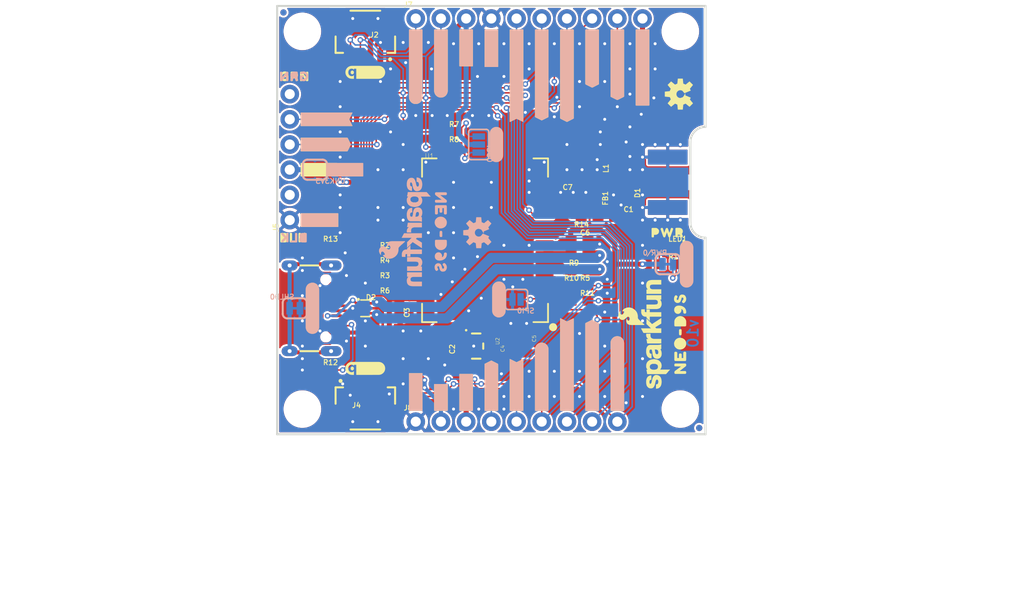
<source format=kicad_pcb>
(kicad_pcb (version 20211014) (generator pcbnew)
  (layers (0 "F.Cu" signal) (31 "B.Cu" signal) (34 "B.Paste" user) (35 "F.Paste" user) (36 "B.SilkS" user "B.Silkscreen") (37 "F.SilkS" user "F.Silkscreen") (38 "B.Mask" user) (39 "F.Mask" user) (44 "Edge.Cuts" user))
  (net 0 "")
  (net 1 "3.3V")
  (net 2 "GND")
  (net 3 "SCL/SCK")
  (net 4 "N$5")
  (net 5 "N$8")
  (net 6 "RXD1/PICO")
  (net 7 "TXD1/POCI")
  (net 8 "SHIELD")
  (net 9 "USB_D-")
  (net 10 "USB_D+")
  (net 11 "ANT")
  (net 12 "N$10")
  (net 13 "5V")
  (net 14 "N$11")
  (net 15 "N$12")
  (net 16 "D_SEL")
  (net 17 "VCC_RF")
  (net 18 "ANT_VCC")
  (net 19 "D+")
  (net 20 "D-")
  (net 21 "N$1")
  (net 22 "N$7")
  (net 23 "N$9")
  (net 24 "~{SAFEBOOT}")
  (net 25 "EXT_INT")
  (net 26 "N$14")
  (net 27 "N$15")
  (net 28 "TXD2")
  (net 29 "RXD2")
  (net 30 "SDA/~{CS}")
  (net 31 "~{RESET}")
  (net 32 "N$2")
  (net 33 "N$6")
  (net 34 "N$3")
  (net 35 "N$4")
  (net 36 "N$13")
  (net 37 "ANT_PWR")
  (net 38 "SMA")
  (footprint "eagleBoard:#EXT_INT#0" (layer "F.Cu") (at 161.2011 85.4456 90)
    (fp_text reference "U$47" hide)
    (fp_text value "" hide)
  )
  (footprint "eagleBoard:0603" (layer "F.Cu") (at 157.3911 110.0836 180)
    (fp_text reference "R10")
    (fp_text value "27")
  )
  (footprint "eagleBoard:#SDA##CS##1" (layer "F.Cu") (at 143.4211 85.4456 90)
    (fp_text reference "U$29" hide)
    (fp_text value "" hide)
  )
  (footprint "eagleBoard:#RXD1#PICO#0" (layer "F.Cu") (at 158.6611 124.5616 90)
    (fp_text reference "U$34" hide)
    (fp_text value "" hide)
  )
  (footprint "eagleBoard:LED-0603" (layer "F.Cu") (at 166.2811 107.5436)
    (fp_text reference "LED1")
    (fp_text value "RED")
  )
  (footprint "eagleBoard:SMA-EDGE" (layer "F.Cu") (at 166.2811 101.1936 -90)
    (fp_text reference "J1" hide)
    (fp_text value "ANTENNA-SMA-GROUNDEDEDGE_SMA" hide)
  )
  (footprint "eagleBoard:CREATIVE_COMMONS" (layer "F.Cu") (at 119.2911 144.3736)
    (fp_text reference "FRAME1" hide)
    (fp_text value "FRAME-LETTER" hide)
  )
  (footprint "eagleBoard:#GND#1" (layer "F.Cu") (at 148.5011 85.4456 90)
    (fp_text reference "U$4" hide)
    (fp_text value "" hide)
  )
  (footprint "eagleBoard:#RXD2#0" (layer "F.Cu") (at 128.9431 97.3836)
    (fp_text reference "U$12" hide)
    (fp_text value "" hide)
  )
  (footprint "eagleBoard:0603" (layer "F.Cu") (at 161.7726 104.6861)
    (fp_text reference "C1")
    (fp_text value "47pF")
  )
  (footprint "eagleBoard:#TXD1#POCI#0" (layer "F.Cu") (at 156.1211 124.5616 90)
    (fp_text reference "U$30" hide)
    (fp_text value "" hide)
  )
  (footprint "eagleBoard:#GND#0" (layer "F.Cu") (at 128.9431 105.0036)
    (fp_text reference "U$2" hide)
    (fp_text value "" hide)
  )
  (footprint "eagleBoard:0603" (layer "F.Cu") (at 139.2301 113.7666 -90)
    (fp_text reference "C3")
    (fp_text value "1.0uF")
  )
  (footprint "eagleBoard:#GND#0" (layer "F.Cu") (at 140.8811 124.5616 90)
    (fp_text reference "U$1" hide)
    (fp_text value "" hide)
  )
  (footprint "eagleBoard:JST04_1MM_RA" (layer "F.Cu") (at 135.8011 121.5136)
    (fp_text reference "J4")
    (fp_text value "Qwiic Right Angle" hide)
  )
  (footprint "eagleBoard:#RXD2#0" (layer "F.Cu") (at 148.5011 124.5616 90)
    (fp_text reference "U$11" hide)
    (fp_text value "" hide)
  )
  (footprint "eagleBoard:#RXD1#PICO#2" (layer "F.Cu") (at 153.5811 85.4456 90)
    (fp_text reference "U$36" hide)
    (fp_text value "" hide)
  )
  (footprint "eagleBoard:1X10_NO_SILK" (layer "F.Cu") (at 140.8811 84.6836)
    (fp_text reference "J7")
    (fp_text value "")
  )
  (footprint "eagleBoard:#TXD1#POCI#2" (layer "F.Cu") (at 151.0411 85.4456 90)
    (fp_text reference "U$32" hide)
    (fp_text value "" hide)
  )
  (footprint "eagleBoard:0603" (layer "F.Cu") (at 138.3411 111.3536 180)
    (fp_text reference "R6")
    (fp_text value "33")
  )
  (footprint "eagleBoard:##RESET##0" (layer "F.Cu") (at 158.6611 85.4456 90)
    (fp_text reference "U$45" hide)
    (fp_text value "" hide)
  )
  (footprint "eagleBoard:#TXD2#0" (layer "F.Cu") (at 151.0411 124.5616 90)
    (fp_text reference "U$8" hide)
    (fp_text value "" hide)
  )
  (footprint "eagleBoard:SFE_LOGO_NAME_FLAME_.1" (layer "F.Cu") (at 165.0111 116.4336 90)
    (fp_text reference "LOGO3" hide)
    (fp_text value "SFE_LOGO_NAME_FLAME.1_INCH" hide)
  )
  (footprint "eagleBoard:0603" (layer "F.Cu") (at 159.2326 102.0191 -90)
    (fp_text reference "FB1")
    (fp_text value "30Ω/1.8A")
  )
  (footprint "eagleBoard:0603" (layer "F.Cu") (at 150.4061 117.4496 90)
    (fp_text reference "C4")
    (fp_text value "1.0uF")
  )
  (footprint "eagleBoard:QWIIC_4MM" (layer "F.Cu") (at 135.8011 119.9642)
    (fp_text reference "U$14" hide)
    (fp_text value "" hide)
  )
  (footprint "eagleBoard:0603" (layer "F.Cu") (at 166.2811 109.4486)
    (fp_text reference "R1")
    (fp_text value "1k")
  )
  (footprint "eagleBoard:STAND-OFF" (layer "F.Cu") (at 167.5511 85.979)
    (fp_text reference "JP41" hide)
    (fp_text value "STAND-OFF" hide)
  )
  (footprint "eagleBoard:MICRO-FIDUCIAL" (layer "F.Cu") (at 169.4561 125.9586)
    (fp_text reference "JP21" hide)
    (fp_text value "FIDUCIALUFIDUCIAL" hide)
  )
  (footprint "eagleBoard:BLK0" (layer "F.Cu") (at 128.5621 106.7816)
    (fp_text reference "U$16" hide)
    (fp_text value "" hide)
  )
  (footprint "eagleBoard:0603" (layer "F.Cu") (at 144.1831 96.1136)
    (fp_text reference "R7")
    (fp_text value "2.2k")
  )
  (footprint "eagleBoard:0603" (layer "F.Cu") (at 131.4831 107.6706)
    (fp_text reference "R13")
    (fp_text value "5.1k")
  )
  (footprint "eagleBoard:0603" (layer "F.Cu") (at 157.3911 108.5596 180)
    (fp_text reference "R9")
    (fp_text value "27")
  )
  (footprint "eagleBoard:#SDA##CS##0" (layer "F.Cu") (at 153.5811 124.5616 90)
    (fp_text reference "U$26" hide)
    (fp_text value "" hide)
  )
  (footprint "eagleBoard:OSHW-LOGO-S" (layer "F.Cu") (at 167.5511 92.3036 90)
    (fp_text reference "LOGO1" hide)
    (fp_text value "OSHW-LOGOS" hide)
  )
  (footprint "eagleBoard:#3V3#4" (layer "F.Cu") (at 145.9611 85.4456 90)
    (fp_text reference "U$25" hide)
    (fp_text value "" hide)
  )
  (footprint "eagleBoard:0603" (layer "F.Cu") (at 157.3911 111.6076)
    (fp_text reference "R5")
    (fp_text value "33")
  )
  (footprint "eagleBoard:0402" (layer "F.Cu") (at 162.4711 101.7016 -90)
    (fp_text reference "D1")
    (fp_text value "PESD0402-0402" hide)
  )
  (footprint "eagleBoard:0603" (layer "F.Cu") (at 152.0571 117.4496 -90)
    (fp_text reference "C5")
    (fp_text value "0.1uF")
  )
  (footprint "eagleBoard:#TXD2#0" (layer "F.Cu") (at 128.9431 94.8436)
    (fp_text reference "U$7" hide)
    (fp_text value "" hide)
  )
  (footprint "eagleBoard:SOT886" (layer "F.Cu") (at 135.8011 113.8936)
    (fp_text reference "D2")
    (fp_text value "PRTR5V0U2F")
  )
  (footprint "eagleBoard:1X06_NO_SILK" (layer "F.Cu") (at 128.1811 105.0036 90)
    (fp_text reference "J5")
    (fp_text value "")
  )
  (footprint "eagleBoard:QWIIC_4MM" (layer "F.Cu") (at 135.8011 90.1192)
    (fp_text reference "U$38" hide)
    (fp_text value "" hide)
  )
  (footprint "eagleBoard:#SCL#SCK#1" (layer "F.Cu") (at 140.8811 85.4456 90)
    (fp_text reference "U$41" hide)
    (fp_text value "" hide)
  )
  (footprint "eagleBoard:0603" (layer "F.Cu") (at 156.7561 101.1301 180)
    (fp_text reference "C7")
    (fp_text value "47pF")
  )
  (footprint "eagleBoard:0603" (layer "F.Cu") (at 144.1831 97.6376)
    (fp_text reference "R8")
    (fp_text value "2.2k")
  )
  (footprint "eagleBoard:GRN0" (layer "F.Cu") (at 128.6891 90.5256)
    (fp_text reference "U$18" hide)
    (fp_text value "" hide)
  )
  (footprint "eagleBoard:NEO#D9S0" (layer "F.Cu") (at 167.5511 116.4336 90)
    (fp_text reference "U$54" hide)
    (fp_text value "" hide)
  )
  (footprint "eagleBoard:#3V3#0" (layer "F.Cu") (at 128.9431 99.9236)
    (fp_text reference "U$56" hide)
    (fp_text value "" hide)
  )
  (footprint "eagleBoard:0603" (layer "F.Cu") (at 158.4071 104.6861 180)
    (fp_text reference "R14")
    (fp_text value "10")
  )
  (footprint "eagleBoard:SOT23-5" (layer "F.Cu") (at 146.9771 117.7036 -90)
    (fp_text reference "U2")
    (fp_text value "3.3V")
  )
  (footprint "eagleBoard:STAND-OFF" (layer "F.Cu") (at 129.4511 124.0536)
    (fp_text reference "JP91" hide)
    (fp_text value "STAND-OFF" hide)
  )
  (footprint "eagleBoard:#5V#0" (layer "F.Cu") (at 143.4211 124.5616 90)
    (fp_text reference "U$20" hide)
    (fp_text value "" hide)
  )
  (footprint "eagleBoard:USB-C-16P-2LAYER-PADS" (layer "F.Cu") (at 133.2611 113.8936 -90)
    (fp_text reference "J3")
    (fp_text value "")
  )
  (footprint "eagleBoard:0603_NO-CREAM" (layer "F.Cu") (at 160.8201 100.3046 90)
    (fp_text reference "L1")
    (fp_text value "DNP")
  )
  (footprint "eagleBoard:PWR0" (layer "F.Cu") (at 166.2811 106.2736)
    (fp_text reference "U$49" hide)
    (fp_text value "" hide)
  )
  (footprint "eagleBoard:0603" (layer "F.Cu") (at 131.4831 120.1166)
    (fp_text reference "R12")
    (fp_text value "5.1k")
  )
  (footprint "eagleBoard:0603" (layer "F.Cu") (at 138.3411 108.3056 180)
    (fp_text reference "R4")
    (fp_text value "33")
  )
  (footprint "eagleBoard:1X09_NO_SILK" (layer "F.Cu") (at 140.8811 125.3236)
    (fp_text reference "J8")
    (fp_text value "")
  )
  (footprint "eagleBoard:0603" (layer "F.Cu") (at 157.3911 107.0356)
    (fp_text reference "C6")
    (fp_text value "1.0uF")
  )
  (footprint "eagleBoard:0603" (layer "F.Cu") (at 138.3411 109.8296 180)
    (fp_text reference "R3")
    (fp_text value "33")
  )
  (footprint "eagleBoard:MICRO-FIDUCIAL" (layer "F.Cu") (at 127.5461 84.074)
    (fp_text reference "JP61" hide)
    (fp_text value "FIDUCIALUFIDUCIAL" hide)
  )
  (footprint "eagleBoard:STAND-OFF" (layer "F.Cu") (at 167.5511 124.0536)
    (fp_text reference "JP101" hide)
    (fp_text value "STAND-OFF" hide)
  )
  (footprint "eagleBoard:#3V3#0" (layer "F.Cu") (at 145.9611 124.5616 90)
    (fp_text reference "U$22" hide)
    (fp_text value "" hide)
  )
  (footprint "eagleBoard:#SCL#SCK#0" (layer "F.Cu") (at 161.2011 124.5616 90)
    (fp_text reference "U$39" hide)
    (fp_text value "" hide)
  )
  (footprint "eagleBoard:#ANT_PWR#0" (layer "F.Cu") (at 163.7411 85.4456 90)
    (fp_text reference "U$58" hide)
    (fp_text value "" hide)
  )
  (footprint "eagleBoard:0603" (layer "F.Cu") (at 138.3411 106.7816 180)
    (fp_text reference "R2")
    (fp_text value "33")
  )
  (footprint "eagleBoard:0603" (layer "F.Cu") (at 157.3911 113.1316)
    (fp_text reference "R11")
    (fp_text value "33")
  )
  (footprint "eagleBoard:JST04_1MM_RA" (layer "F.Cu") (at 135.8011 88.4936 180)
    (fp_text reference "J2")
    (fp_text value "Qwiic Right Angle" hide)
  )
  (footprint "eagleBoard:NEO-M9N_M8T_M8U_D9S" (layer "F.Cu") (at 147.8661 107.0356)
    (fp_text reference "U1")
    (fp_text value "U-BLOX_NEO-D9S-00B")
  )
  (footprint "eagleBoard:##SAFEBOOT##0" (layer "F.Cu") (at 156.1211 85.4456 90)
    (fp_text reference "U$43" hide)
    (fp_text value "" hide)
  )
  (footprint "eagleBoard:STAND-OFF" (layer "F.Cu") (at 129.4511 85.979)
    (fp_text reference "JP31" hide)
    (fp_text value "STAND-OFF" hide)
  )
  (footprint "eagleBoard:0603" (layer "F.Cu") (at 143.8021 117.4496 -90)
    (fp_text reference "C2")
    (fp_text value "1.0uF")
  )
  (footprint "eagleBoard:GRN0" (layer "B.Cu") (at 128.5621 90.5256 180)
    (fp_text reference "U$19" hide)
    (fp_text value "" hide)
  )
  (footprint "eagleBoard:NEO#D9S0" (layer "B.Cu") (at 143.4211 106.2736 -90)
    (fp_text reference "U$55" hide)
    (fp_text value "" hide)
  )
  (footprint "eagleBoard:SMT-JUMPER_2_NC_TRACE_SILK" (layer "B.Cu") (at 166.2811 109.4486 180)
    (fp_text reference "PWR\\0")
    (fp_text value "JUMPER-SMT_2_NC_TRACE_SILK" hide)
  )
  (footprint "eagleBoard:BLK0" (layer "B.Cu") (at 128.5621 106.7816 180)
    (fp_text reference "U$17" hide)
    (fp_text value "" hide)
  )
  (footprint "eagleBoard:#SCL#SCK#0" (layer "B.Cu") (at 140.8811 85.4456 -90)
    (fp_text reference "U$40" hide)
    (fp_text value "" hide)
  )
  (footprint "eagleBoard:SMT-JUMPER_2_NC_TRACE_SILK" (layer "B.Cu") (at 128.6891 113.8936 180)
    (fp_text reference "SHLD0")
    (fp_text value "JUMPER-SMT_2_NC_TRACE_SILK" hide)
  )
  (footprint "eagleBoard:##RESET##1" (layer "B.Cu") (at 158.6611 85.4456 -90)
    (fp_text reference "U$46" hide)
    (fp_text value "" hide)
  )
  (footprint "eagleBoard:#GND#1" (layer "B.Cu") (at 140.8811 124.5616 -90)
    (fp_text reference "U$6" hide)
    (fp_text value "" hide)
  )
  (footprint "eagleBoard:#EXT_INT#1" (layer "B.Cu") (at 161.2011 85.4456 -90)
    (fp_text reference "U$48" hide)
    (fp_text value "" hide)
  )
  (footprint "eagleBoard:#TXD2#3" (layer "B.Cu") (at 128.9431 94.8436 180)
    (fp_text reference "U$10" hide)
    (fp_text value "" hide)
  )
  (footprint "eagleBoard:#SDA##CS##0" (layer "B.Cu") (at 143.4211 85.4456 -90)
    (fp_text reference "U$27" hide)
    (fp_text value "" hide)
  )
  (footprint "eagleBoard:MICRO-FIDUCIAL" (layer "B.Cu") (at 169.4561 125.9586 180)
    (fp_text reference "JP71" hide)
    (fp_text value "FIDUCIALUFIDUCIAL" hide)
  )
  (footprint "eagleBoard:#ANT_PWR#1" (layer "B.Cu") (at 163.7411 85.4456 -90)
    (fp_text reference "U$59" hide)
    (fp_text value "" hide)
  )
  (footprint "eagleBoard:#TXD1#POCI#0" (layer "B.Cu") (at 151.0411 85.4456 -90)
    (fp_text reference "U$31" hide)
    (fp_text value "" hide)
  )
  (footprint "eagleBoard:SFE_LOGO_NAME_FLAME_.1" (layer "B.Cu") (at 140.8811 106.2736 -90)
    (fp_text reference "LOGO2" hide)
    (fp_text value "SFE_LOGO_NAME_FLAME.1_INCH" hide)
  )
  (footprint "eagleBoard:OSHW-LOGO-S" (layer "B.Cu") (at 147.2311 106.2736 -90)
    (fp_text reference "LOGO4" hide)
    (fp_text value "OSHW-LOGOS" hide)
  )
  (footprint "eagleBoard:#RXD1#PICO#2" (layer "B.Cu") (at 158.6611 124.5616 -90)
    (fp_text reference "U$37" hide)
    (fp_text value "" hide)
  )
  (footprint "eagleBoard:MICRO-FIDUCIAL" (layer "B.Cu") (at 127.5461 84.074 180)
    (fp_text reference "JP81" hide)
    (fp_text value "FIDUCIALUFIDUCIAL" hide)
  )
  (footprint "eagleBoard:#I�C#0" (layer "B.Cu") (at 149.0091 97.3836 -90)
    (fp_text reference "U$52" hide)
    (fp_text value "" hide)
  )
  (footprint "eagleBoard:#SPI#0" (layer "B.Cu") (at 149.2631 113.0046 -90)
    (fp_text reference "U$51" hide)
    (fp_text value "" hide)
  )
  (footprint "eagleBoard:#TXD2#3" (layer "B.Cu") (at 151.0411 124.5616 -90)
    (fp_text reference "U$9" hide)
    (fp_text value "" hide)
  )
  (footprint "eagleBoard:##SAFEBOOT##1" (layer "B.Cu") (at 156.1211 85.4456 -90)
    (fp_text reference "U$44" hide)
    (fp_text value "" hide)
  )
  (footprint "eagleBoard:#PWR#0" (layer "B.Cu") (at 168.1861 109.4486 -90)
    (fp_text reference "U$50" hide)
    (fp_text value "" hide)
  )
  (footprint "eagleBoard:#GND#0" (layer "B.Cu") (at 148.5011 85.4456 -90)
    (fp_text reference "U$3" hide)
    (fp_text value "" hide)
  )
  (footprint "eagleBoard:#3V3#0" (layer "B.Cu") (at 145.9611 85.4456 -90)
    (fp_text reference "U$23" hide)
    (fp_text value "" hide)
  )
  (footprint "eagleBoard:#RXD1#PICO#0" (layer "B.Cu") (at 153.5811 85.4456 -90)
    (fp_text reference "U$35" hide)
    (fp_text value "" hide)
  )
  (footprint "eagleBoard:#RXD2#3" (layer "B.Cu") (at 128.9431 97.3836 180)
    (fp_text reference "U$13" hide)
    (fp_text value "" hide)
  )
  (footprint "eagleBoard:#3V3#0" (layer "B.Cu") (at 135.9281 99.9236 180)
    (fp_text reference "U$57" hide)
    (fp_text value "" hide)
  )
  (footprint "eagleBoard:SMT-JUMPER_3_NO_SILK" (layer "B.Cu") (at 147.2311 97.3836 90)
    (fp_text reference "I2C0")
    (fp_text value "JUMPER-SMT_3_NO_SILK" hide)
  )
  (footprint "eagleBoard:#TXD1#POCI#2" (layer "B.Cu") (at 156.1211 124.5616 -90)
    (fp_text reference "U$33" hide)
    (fp_text value "" hide)
  )
  (footprint "eagleBoard:#5V#6" (layer "B.Cu") (at 143.4211 124.5616 -90)
    (fp_text reference "U$21" hide)
    (fp_text value "" hide)
  )
  (footprint "eagleBoard:SMT-JUMPER_2_NC_TRACE_SILK" (layer "B.Cu") (at 130.7211 99.9236)
    (fp_text reference "UNK3V3")
    (fp_text value "JUMPER-SMT_2_NC_TRACE_SILK" hide)
  )
  (footprint "eagleBoard:#3V3#4" (layer "B.Cu") (at 145.9611 124.5616 -90)
    (fp_text reference "U$24" hide)
    (fp_text value "" hide)
  )
  (footprint "eagleBoard:#SHLD#0" (layer "B.Cu") (at 130.4671 113.8936 -90)
    (fp_text reference "U$53" hide)
    (fp_text value "" hide)
  )
  (footprint "eagleBoard:#SDA##CS##1" (layer "B.Cu") (at 153.5811 124.5616 -90)
    (fp_text reference "U$28" hide)
    (fp_text value "" hide)
  )
  (footprint "eagleBoard:#RXD2#3" (layer "B.Cu") (at 148.5011 124.5616 -90)
    (fp_text reference "U$15" hide)
    (fp_text value "" hide)
  )
  (footprint "eagleBoard:SMT-JUMPER_2_NO_SILK" (layer "B.Cu") (at 151.0411 113.0046)
    (fp_text reference "SPI0")
    (fp_text value "JUMPER-SMT_2_NO_SILK")
  )
  (footprint "eagleBoard:#SCL#SCK#1" (layer "B.Cu") (at 161.2011 124.5616 -90)
    (fp_text reference "U$42" hide)
    (fp_text value "" hide)
  )
  (footprint "eagleBoard:#GND#1" (layer "B.Cu") (at 128.9431 105.0036 180)
    (fp_text reference "U$5" hide)
    (fp_text value "" hide)
  )
  (gr_line (start 126.9111 83.4136) (end 170.0911 83.4136) (layer "Edge.Cuts") (width 0.2032))
  (gr_line (start 168.5671 97.1296) (end 168.5671 105.2576) (layer "Edge.Cuts") (width 0.2032))
  (gr_line (start 170.0911 106.7816) (end 170.0911 126.5936) (layer "Edge.Cuts") (width 0.2032))
  (gr_line (start 126.9111 126.5936) (end 126.9111 83.4136) (layer "Edge.Cuts") (width 0.2032))
  (gr_line (start 170.0911 126.5936) (end 126.9111 126.5936) (layer "Edge.Cuts") (width 0.2032))
  (gr_arc (start 168.5671 97.1296) (mid 169.013469 96.051969) (end 170.0911 95.6056) (layer "Edge.Cuts") (width 0.2032))
  (gr_arc (start 170.0911 106.7816) (mid 169.013469 106.335231) (end 168.5671 105.2576) (layer "Edge.Cuts") (width 0.2032))
  (gr_line (start 170.0911 83.4136) (end 170.0911 95.6056) (layer "Edge.Cuts") (width 0.2032))
  (gr_text "v10" (at 168.8211 116.4336 -270) (layer "B.Cu") (effects (font (size 1.0795 1.0795) (thickness 0.1905)) (justify mirror)))
  (segment (start 160.9471 109.4486) (end 160.9471 115.4176) (width 0.508) (layer "F.Cu") (net 1))
  (segment (start 155.2131 107.4356) (end 155.6521 106.9966) (width 0.508) (layer "F.Cu") (net 1))
  (segment (start 149.6051 118.2996) (end 150.4061 118.2996) (width 0.508) (layer "F.Cu") (net 1))
  (segment (start 134.9121 100.6856) (end 134.4041 101.1936) (width 0.508) (layer "F.Cu") (net 1))
  (segment (start 140.2461 112.1156) (end 140.2461 112.9356) (width 0.508) (layer "F.Cu") (net 1))
  (segment (start 148.2772 116.7536) (end 148.2772 116.0827) (width 0.508) (layer "F.Cu") (net 1))
  (segment (start 148.2772 116.7536) (end 148.2772 117.3527) (width 0.508) (layer "F.Cu") (net 1))
  (segment (start 160.9471 107.4166) (end 159.5271 105.9966) (width 0.508) (layer "F.Cu") (net 1))
  (segment (start 149.8591 119.7356) (end 146.9771 119.7356) (width 0.508) (layer "F.Cu") (net 1))
  (segment (start 135.5241 112.4736) (end 137.724656 112.4736) (width 0.508) (layer "F.Cu") (net 1))
  (segment (start 160.9471 107.4166) (end 160.9471 109.4486) (width 0.508) (layer "F.Cu") (net 1))
  (segment (start 135.5241 112.4736) (end 134.9121 111.8616) (width 0.508) (layer "F.Cu") (net 1))
  (segment (start 150.4061 119.1886) (end 149.8591 119.7356) (width 0.508) (layer "F.Cu") (net 1))
  (segment (start 135.3011 122.7916) (end 135.8011 123.2916) (width 0.508) (layer "F.Cu") (net 1))
  (segment (start 139.2301 112.9166) (end 140.2271 112.9166) (width 0.508) (layer "F.Cu") (net 1))
  (segment (start 141.8661 112.9356) (end 140.2461 112.9356) (width 0.508) (layer "F.Cu") (net 1))
  (segment (start 155.6521 106.9966) (end 156.5021 106.9966) (width 0.508) (layer "F.Cu") (net 1))
  (segment (start 135.8011 123.2916) (end 145.4531 123.2916) (width 0.508) (layer "F.Cu") (net 1))
  (segment (start 136.3631 93.136413) (end 134.9121 94.587413) (width 0.508) (layer "F.Cu") (net 1))
  (segment (start 148.2772 116.0827) (end 147.7391 115.5446) (width 0.508) (layer "F.Cu") (net 1))
  (segment (start 134.9121 101.7016) (end 134.4041 101.1936) (width 0.508) (layer "F.Cu") (net 1))
  (segment (start 148.2772 117.3527) (end 148.6281 117.7036) (width 0.508) (layer "F.Cu") (net 1))
  (segment (start 135.3011 121.5136) (end 135.3011 122.7916) (width 0.508) (layer "F.Cu") (net 1))
  (segment (start 150.4061 118.2996) (end 150.4061 119.1886) (width 0.508) (layer "F.Cu") (net 1))
  (segment (start 153.8661 107.4356) (end 155.2131 107.4356) (width 0.508) (layer "F.Cu") (net 1))
  (segment (start 140.5001 111.8616) (end 140.2461 112.1156) (width 0.508) (layer "F.Cu") (net 1))
  (segment (start 152.0571 118.2996) (end 150.4061 118.2996) (width 0.508) (layer "F.Cu") (net 1))
  (segment (start 141.6431 116.9416) (end 143.0401 115.5446) (width 0.508) (layer "F.Cu") (net 1))
  (segment (start 163.7411 109.4486) (end 160.9471 109.4486) (width 0.508) (layer "F.Cu") (net 1))
  (segment (start 158.0651 118.2996) (end 152.0571 118.2996) (width 0.508) (layer "F.Cu") (net 1))
  (segment (start 160.9471 115.4176) (end 158.0651 118.2996) (width 0.508) (layer "F.Cu") (net 1))
  (segment (start 145.4531 123.2916) (end 145.9611 123.7996) (width 0.508) (layer "F.Cu") (net 1))
  (segment (start 136.3011 88.4936) (end 136.3631 88.5556) (width 0.508) (layer "F.Cu") (net 1))
  (segment (start 139.183656 112.963044) (end 138.2141 112.963044) (width 0.508) (layer "F.Cu") (net 1))
  (segment (start 156.5021 106.1466) (end 156.5021 106.9966) (width 0.508) (layer "F.Cu") (net 1))
  (segment (start 145.9611 120.7516) (end 146.9771 119.7356) (width 0.508) (layer "F.Cu") (net 1))
  (segment (start 134.9121 111.8616) (end 134.9121 101.7016) (width 0.508) (layer "F.Cu") (net 1))
  (segment (start 143.0401 115.5446) (end 147.7391 115.5446) (width 0.508) (layer "F.Cu") (net 1))
  (segment (start 159.5271 105.9966) (end 156.6521 105.9966) (width 0.508) (layer "F.Cu") (net 1))
  (segment (start 145.9611 123.7996) (end 145.9611 122.7836) (width 0.508) (layer "F.Cu") (net 1))
  (segment (start 134.4041 101.1936) (end 133.8961 101.1936) (width 0.508) (layer "F.Cu") (net 1))
  (segment (start 134.9121 100.6856) (end 134.9121 101.7016) (width 0.508) (layer "F.Cu") (net 1))
  (segment (start 145.4531 123.2916) (end 145.9611 122.7836) (width 0.508) (layer "F.Cu") (net 1))
  (segment (start 137.724656 112.4736) (end 138.2141 112.963044) (width 0.508) (layer "F.Cu") (net 1))
  (segment (start 141.8661 111.8356) (end 141.8401 111.8616) (width 0.508) (layer "F.Cu") (net 1))
  (segment (start 140.2271 112.9166) (end 140.2461 112.9356) (width 0.508) (layer "F.Cu") (net 1))
  (segment (start 156.6521 105.9966) (end 156.5021 106.1466) (width 0.508) (layer "F.Cu") (net 1))
  (segment (start 145.9611 122.7836) (end 145.9611 120.7516) (width 0.508) (layer "F.Cu") (net 1))
  (segment (start 133.2611 101.1936) (end 133.8961 101.1936) (width 0.508) (layer "F.Cu") (net 1))
  (segment (start 141.8401 111.8616) (end 140.5001 111.8616) (width 0.508) (layer "F.Cu") (net 1))
  (segment (start 148.6281 117.7036) (end 149.0091 117.7036) (width 0.508) (layer "F.Cu") (net 1))
  (segment (start 136.3631 88.5556) (end 136.3631 93.136413) (width 0.508) (layer "F.Cu") (net 1))
  (segment (start 136.3011 86.9776) (end 136.9441 86.3346) (width 0.508) (layer "F.Cu") (net 1))
  (segment (start 134.9121 94.587413) (end 134.9121 100.6856) (width 0.508) (layer "F.Cu") (net 1))
  (segment (start 149.0091 117.7036) (end 149.6051 118.2996) (width 0.508) (layer "F.Cu") (net 1))
  (segment (start 138.2141 112.963044) (end 138.2141 115.9256) (width 0.508) (layer "F.Cu") (net 1))
  (segment (start 136.3011 88.4936) (end 136.3011 86.9776) (width 0.508) (layer "F.Cu") (net 1))
  (segment (start 138.2141 115.9256) (end 139.2301 116.9416) (width 0.508) (layer "F.Cu") (net 1))
  (segment (start 144.3101 86.3346) (end 145.9611 84.6836) (width 0.508) (layer "F.Cu") (net 1))
  (segment (start 145.9611 125.3236) (end 145.9611 123.7996) (width 0.508) (layer "F.Cu") (net 1))
  (segment (start 139.2301 112.9166) (end 139.183656 112.963044) (width 0.508) (layer "F.Cu") (net 1))
  (segment (start 139.2301 116.9416) (end 141.6431 116.9416) (width 0.508) (layer "F.Cu") (net 1))
  (segment (start 136.9441 86.3346) (end 144.3101 86.3346) (width 0.508) (layer "F.Cu") (net 1))
  (segment (start 156.5021 106.9966) (end 156.5411 107.0356) (width 0.508) (layer "F.Cu") (net 1))
  (via (at 133.8961 101.1936) (size 0.554) (drill 0.3) (layers "F.Cu" "B.Cu") (net 1))
  (via (at 133.2611 101.1936) (size 0.554) (drill 0.3) (layers "F.Cu" "B.Cu") (net 1))
  (via (at 163.7411 109.4486) (size 0.554) (drill 0.3) (layers "F.Cu" "B.Cu") (net 1))
  (segment (start 133.2611 101.1809) (end 132.0038 99.9236) (width 0.508) (layer "B.Cu") (net 1))
  (segment (start 146.2151 97.3836) (end 147.2311 97.3836) (width 0.508) (layer "B.Cu") (net 1))
  (segment (start 145.1991 96.3676) (end 146.2151 97.3836) (width 0.508) (layer "B.Cu") (net 1))
  (segment (start 165.7604 109.4486) (end 163.7411 109.4486) (width 0.508) (layer "B.Cu") (net 1))
  (segment (start 145.9611 93.5736) (end 145.1991 94.3356) (width 0.508) (layer "B.Cu") (net 1))
  (segment (start 131.2418 99.9236) (end 132.0038 99.9236) (width 0.508) (layer "B.Cu") (net 1))
  (segment (start 145.1991 94.3356) (end 145.1991 96.3676) (width 0.508) (layer "B.Cu") (net 1))
  (segment (start 145.9611 84.6836) (end 145.9611 93.5736) (width 0.508) (layer "B.Cu") (net 1))
  (segment (start 133.2611 101.1936) (end 133.2611 101.1809) (width 0.508) (layer "B.Cu") (net 1))
  (segment (start 133.2611 101.1936) (end 133.8961 101.1936) (width 0.508) (layer "B.Cu") (net 1))
  (segment (start 144.9451 117.7036) (end 144.3491 118.2996) (width 0.4064) (layer "F.Cu") (net 2))
  (segment (start 132.5761 110.6686) (end 132.2451 110.3376) (width 0.254) (layer "F.Cu") (net 2))
  (segment (start 139.6111 115.7596) (end 139.2301 115.3786) (width 0.4064) (layer "F.Cu") (net 2))
  (segment (start 139.2301 114.6166) (end 139.2301 115.3786) (width 0.4064) (layer "F.Cu") (net 2))
  (segment (start 132.2451 117.4496) (end 129.7051 117.4496) (width 0.254) (layer "F.Cu") (net 2))
  (segment (start 143.8021 118.2996) (end 143.8021 119.6086) (width 0.4064) (layer "F.Cu") (net 2))
  (segment (start 129.7051 110.3376) (end 129.4511 110.0836) (width 0.254) (layer "F.Cu") (net 2))
  (segment (start 129.7051 117.4496) (end 129.4511 117.7036) (width 0.254) (layer "F.Cu") (net 2))
  (segment (start 132.5761 117.1186) (end 132.2451 117.4496) (width 0.254) (layer "F.Cu") (net 2))
  (segment (start 135.3711 113.8936) (end 134.5311 113.8936) (width 0.254) (layer "F.Cu") (net 2))
  (segment (start 132.2451 110.3376) (end 129.7051 110.3376) (width 0.254) (layer "F.Cu") (net 2))
  (segment (start 163.2331 105.5116) (end 163.7411 105.0036) (width 0.2032) (layer "F.Cu") (net 2))
  (segment (start 145.677 117.7036) (end 144.9451 117.7036) (width 0.4064) (layer "F.Cu") (net 2))
  (segment (start 144.3491 118.2996) (end 143.8021 118.2996) (width 0.4064) (layer "F.Cu") (net 2))
  (segment (start 152.3111 107.5436) (end 152.3111 106.2736) (width 0.2032) (layer "F.Cu") (net 2))
  (segment (start 145.677 117.7036) (end 146.7231 117.7036) (width 0.4064) (layer "F.Cu") (net 2))
  (segment (start 153.0731 105.5116) (end 163.2331 105.5116) (width 0.2032) (layer "F.Cu") (net 2))
  (segment (start 152.3111 106.2736) (end 153.0731 105.5116) (width 0.2032) (layer "F.Cu") (net 2))
  (segment (start 132.9211 110.6686) (end 132.5761 110.6686) (width 0.254) (layer "F.Cu") (net 2))
  (segment (start 139.6111 115.7596) (end 139.6111 116.1796) (width 0.4064) (layer "F.Cu") (net 2))
  (segment (start 132.9211 117.1186) (end 132.5761 117.1186) (width 0.254) (layer "F.Cu") (net 2))
  (via (at 148.5011 103.7336) (size 0.554) (drill 0.3) (layers "F.Cu" "B.Cu") (net 2))
  (via (at 152.3111 120.2436) (size 0.554) (drill 0.3) (layers "F.Cu" "B.Cu") (net 2))
  (via (at 163.7411 111.3536) (size 0.554) (drill 0.3) (layers "F.Cu" "B.Cu") (net 2))
  (via (at 149.7711 107.5436) (size 0.554) (drill 0.3) (layers "F.Cu" "B.Cu") (net 2))
  (via (at 134.2771 122.6566) (size 0.554) (drill 0.3) (layers "F.Cu" "B.Cu") (net 2))
  (via (at 152.3111 87.2236) (size 0.554) (drill 0.3) (layers "F.Cu" "B.Cu") (net 2))
  (via (at 163.7411 107.5436) (size 0.554) (drill 0.3) (layers "F.Cu" "B.Cu") (net 2))
  (via (at 134.5311 125.3236) (size 0.554) (drill 0.3) (layers "F.Cu" "B.Cu") (net 2))
  (via (at 144.6911 103.7336) (size 0.554) (drill 0.3) (layers "F.Cu" "B.Cu") (net 2))
  (via (at 155.4861 102.2096) (size 0.554) (drill 0.3) (layers "F.Cu" "B.Cu") (net 2))
  (via (at 144.6911 106.2736) (size 0.554) (drill 0.3) (layers "F.Cu" "B.Cu") (net 2))
  (via (at 135.8011 111.3536) (size 0.554) (drill 0.3) (layers "F.Cu" "B.Cu") (net 2))
  (via (at 159.9311 114.2746) (size 0.554) (drill 0.3) (layers "F.Cu" "B.Cu") (net 2))
  (via (at 159.9311 91.0336) (size 0.554) (drill 0.3) (layers "F.Cu" "B.Cu") (net 2))
  (via (at 139.6111 103.7336) (size 0.554) (drill 0.3) (layers "F.Cu" "B.Cu") (net 2))
  (via (at 157.3911 116.4336) (size 0.554) (drill 0.3) (layers "F.Cu" "B.Cu") (net 2))
  (via (at 162.0901 123.4186) (size 0.554) (drill 0.3) (layers "F.Cu" "B.Cu") (net 2))
  (via (at 157.3911 91.0336) (size 0.554) (drill 0.3) (layers "F.Cu" "B.Cu") (net 2))
  (via (at 133.2611 91.0336) (size 0.554) (drill 0.3) (layers "F.Cu" "B.Cu") (net 2))
  (via (at 159.9311 87.2236) (size 0.554) (drill 0.3) (layers "F.Cu" "B.Cu") (net 2))
  (via (at 138.3411 89.7636) (size 0.554) (drill 0.3) (layers "F.Cu" "B.Cu") (net 2))
  (via (at 154.8511 87.2236) (size 0.554) (drill 0.3) (layers "F.Cu" "B.Cu") (net 2))
  (via (at 152.3111 99.9236) (size 0.554) (drill 0.3) (layers "F.Cu" "B.Cu") (net 2))
  (via (at 147.1041 90.5256) (size 0.554) (drill 0.3) (layers "F.Cu" "B.Cu") (net 2))
  (via (at 144.6911 108.8136) (size 0.554) (drill 0.3) (layers "F.Cu" "B.Cu") (net 2))
  (via (at 156.1211 99.9236) (size 0.554) (drill 0.3) (layers "F.Cu" "B.Cu") (net 2))
  (via (at 141.3891 116.1796) (size 0.554) (drill 0.3) (layers "F.Cu" "B.Cu") (net 2))
  (via (at 139.6111 105.0036) (size 0.554) (drill 0.3) (layers "F.Cu" "B.Cu") (net 2))
  (via (at 133.2611 106.2736) (size 0.554) (drill 0.3) (layers "F.Cu" "B.Cu") (net 2))
  (via (at 162.4711 95.6056) (size 0.554) (drill 0.3) (layers "F.Cu" "B.Cu") (net 2))
  (via (at 159.9311 122.7836) (size 0.554) (drill 0.3) (layers "F.Cu" "B.Cu") (net 2))
  (via (at 144.6911 87.2236) (size 0.554) (drill 0.3) (layers "F.Cu" "B.Cu") (net 2))
  (via (at 144.6911 124.0536) (size 0.554) (drill 0.3) (layers "F.Cu" "B.Cu") (net 2))
  (via (at 165.0111 97.3836) (size 0.554) (drill 0.3) (layers "F.Cu" "B.Cu") (net 2))
  (via (at 142.1511 106.2736) (size 0.554) (drill 0.3) (layers "F.Cu" "B.Cu") (net 2))
  (via (at 129.4511 108.8136) (size 0.554) (drill 0.3) (layers "F.Cu" "B.Cu") (net 2))
  (via (at 146.2151 114.1476) (size 0.554) (drill 0.3) (layers "F.Cu" "B.Cu") (net 2))
  (via (at 146.5961 94.4626) (size 0.554) (drill 0.3) (layers "F.Cu" "B.Cu") (net 2))
  (via (at 137.3251 91.0336) (size 0.554) (drill 0.3) (layers "F.Cu" "B.Cu") (net 2))
  (via (at 159.4866 97.3836) (size 0.554) (drill 0.3) (layers "F.Cu" "B.Cu") (net 2))
  (via (at 149.7711 124.0536) (size 0.554) (drill 0.3) (layers "F.Cu" "B.Cu") (net 2))
  (via (at 143.4211 112.4966) (size 0.554) (drill 0.3) (layers "F.Cu" "B.Cu") (net 2))
  (via (at 144.0561 94.4626) (size 0.554) (drill 0.3) (layers "F.Cu" "B.Cu") (net 2))
  (via (at 139.6111 116.1796) (size 0.554) (drill 0.3) (layers "F.Cu" "B.Cu") (net 2))
  (via (at 161.5821 103.4796) (size 0.554) (drill 0.3) (layers "F.Cu" "B.Cu") (net 2))
  (via (at 139.6111 97.3836) (size 0.554) (drill 0.3) (layers "F.Cu" "B.Cu") (net 2))
  (via (at 154.8511 120.2436) (size 0.554) (drill 0.3) (layers "F.Cu" "B.Cu") (net 2))
  (via (at 134.5311 113.8936) (size 0.554) (drill 0.3) (layers "F.Cu" "B.Cu") (net 2))
  (via (at 159.1691 99.9236) (size 0.554) (drill 0.3) (layers "F.Cu" "B.Cu") (net 2))
  (via (at 148.5011 101.1936) (size 0.554) (drill 0.3) (layers "F.Cu" "B.Cu") (net 2))
  (via (at 163.7411 102.4636) (size 0.554) (drill 0.3) (layers "F.Cu" "B.Cu") (net 2))
  (via (at 159.1691 98.9076) (size 0.554) (drill 0.3) (layers "F.Cu" "B.Cu") (net 2))
  (via (at 133.8961 117.1956) (size 0.554) (drill 0.3) (layers "F.Cu" "B.Cu") (net 2))
  (via (at 159.4866 96.1136) (size 0.554) (drill 0.3) (layers "F.Cu" "B.Cu") (net 2))
  (via (at 133.2611 93.5736) (size 0.554) (drill 0.3) (layers "F.Cu" "B.Cu") (net 2))
  (via (at 156.7561 102.2096) (size 0.554) (drill 0.3) (layers "F.Cu" "B.Cu") (net 2))
  (via (at 142.4686 89.7636) (size 0.554) (drill 0.3) (layers "F.Cu" "B.Cu") (net 2))
  (via (at 162.0901 97.1296) (size 0.554) (drill 0.3) (layers "F.Cu" "B.Cu") (net 2))
  (via (at 151.6761 110.9726) (size 0.554) (drill 0.3) (layers "F.Cu" "B.Cu") (net 2))
  (via (at 153.8351 99.1616) (size 0.554) (drill 0.3) (layers "F.Cu" "B.Cu") (net 2))
  (via (at 163.7411 105.0036) (size 0.554) (drill 0.3) (layers "F.Cu" "B.Cu") (net 2))
  (via (at 165.0111 89.7636) (size 0.554) (drill 0.3) (layers "F.Cu" "B.Cu") (net 2))
  (via (at 158.0261 102.2096) (size 0.554) (drill 0.3) (layers "F.Cu" "B.Cu") (net 2))
  (via (at 129.4511 118.9736) (size 0.554) (drill 0.3) (layers "F.Cu" "B.Cu") (net 2))
  (via (at 150.4696 115.4176) (size 0.554) (drill 0.3) (layers "F.Cu" "B.Cu") (net 2))
  (via (at 148.2471 94.4626) (size 0.554) (drill 0.3) (layers "F.Cu" "B.Cu") (net 2))
  (via (at 131.2291 116.1796) (size 0.554) (drill 0.3) (layers "F.Cu" "B.Cu") (net 2))
  (via (at 139.6111 87.0966) (size 0.554) (drill 0.3) (layers "F.Cu" "B.Cu") (net 2))
  (via (at 156.1211 97.3836) (size 0.554) (drill 0.3) (layers "F.Cu" "B.Cu") (net 2))
  (via (at 166.2811 97.3836) (size 0.554) (drill 0.3) (layers "F.Cu" "B.Cu") (net 2))
  (via (at 131.2291 111.6076) (size 0.554) (drill 0.3) (layers "F.Cu" "B.Cu") (net 2))
  (via (at 137.0711 125.3236) (size 0.554) (drill 0.3) (layers "F.Cu" "B.Cu") (net 2))
  (via (at 133.2611 96.1136) (size 0.554) (drill 0.3) (layers "F.Cu" "B.Cu") (net 2))
  (via (at 135.8011 117.7036) (size 0.554) (drill 0.3) (layers "F.Cu" "B.Cu") (net 2))
  (via (at 144.6911 101.1936) (size 0.554) (drill 0.3) (layers "F.Cu" "B.Cu") (net 2))
  (via (at 152.3111 122.7836) (size 0.554) (drill 0.3) (layers "F.Cu" "B.Cu") (net 2))
  (via (at 129.4511 112.6236) (size 0.554) (drill 0.3) (layers "F.Cu" "B.Cu") (net 2))
  (via (at 149.7711 87.2236) (size 0.554) (drill 0.3) (layers "F.Cu" "B.Cu") (net 2))
  (via (at 137.3251 87.0966) (size 0.554) (drill 0.3) (layers "F.Cu" "B.Cu") (net 2))
  (via (at 139.6111 118.9736) (size 0.554) (drill 0.3) (layers "F.Cu" "B.Cu") (net 2))
  (via (at 160.1851 109.1946) (size 0.554) (drill 0.3) (layers "F.Cu" "B.Cu") (net 2))
  (via (at 139.8651 89.1286) (size 0.554) (drill 0.3) (layers "F.Cu" "B.Cu") (net 2))
  (via (at 149.7711 110.9726) (size 0.554) (drill 0.3) (layers "F.Cu" "B.Cu") (net 2))
  (via (at 129.4511 115.1636) (size 0.554) (drill 0.3) (layers "F.Cu" "B.Cu") (net 2))
  (via (at 163.7411 98.6536) (size 0.554) (drill 0.3) (layers "F.Cu" "B.Cu") (net 2))
  (via (at 159.9311 117.7036) (size 0.554) (drill 0.3) (layers "F.Cu" "B.Cu") (net 2))
  (via (at 134.5311 84.6836) (size 0.554) (drill 0.3) (layers "F.Cu" "B.Cu") (net 2))
  (via (at 163.6141 94.3356) (size 0.554) (drill 0.3) (layers "F.Cu" "B.Cu") (net 2))
  (via (at 142.1511 87.0966) (size 0.554) (drill 0.3) (layers "F.Cu" "B.Cu") (net 2))
  (via (at 137.0711 103.7336) (size 0.554) (drill 0.3) (layers "F.Cu" "B.Cu") (net 2))
  (via (at 129.4511 117.7036) (size 0.554) (drill 0.3) (layers "F.Cu" "B.Cu") (net 2))
  (via (at 133.8961 110.5916) (size 0.554) (drill 0.3) (layers "F.Cu" "B.Cu") (net 2))
  (via (at 146.7231 117.7036) (size 0.554) (drill 0.3) (layers "F.Cu" "B.Cu") (net 2))
  (via (at 140.8811 94.4626) (size 0.554) (drill 0.3) (layers "F.Cu" "B.Cu") (net 2))
  (via (at 163.7411 115.1636) (size 0.554) (drill 0.3) (layers "F.Cu" "B.Cu") (net 2))
  (via (at 147.4851 112.8776) (size 0.554) (drill 0.3) (layers "F.Cu" "B.Cu") (net 2))
  (via (at 154.8511 94.5896) (size 0.554) (drill 0.3) (layers "F.Cu" "B.Cu") (net 2))
  (via (at 133.5151 121.5136) (size 0.554) (drill 0.3) (layers "F.Cu" "B.Cu") (net 2))
  (via (at 137.0711 99.9236) (size 0.554) (drill 0.3) (layers "F.Cu" "B.Cu") (net 2))
  (via (at 163.7411 103.7336) (size 0.554) (drill 0.3) (layers "F.Cu" "B.Cu") (net 2))
  (via (at 129.4511 110.0836) (size 0.554) (drill 0.3) (layers "F.Cu" "B.Cu") (net 2))
  (via (at 162.4711 89.7636) (size 0.554) (drill 0.3) (layers "F.Cu" "B.Cu") (net 2))
  (via (at 157.3911 122.7836) (size 0.554) (drill 0.3) (layers "F.Cu" "B.Cu") (net 2))
  (via (at 162.4711 92.3036) (size 0.554) (drill 0.3) (layers "F.Cu" "B.Cu") (net 2))
  (via (at 147.2311 87.2236) (size 0.554) (drill 0.3) (layers "F.Cu" "B.Cu") (net 2))
  (via (at 129.4511 120.1166) (size 0.554) (drill 0.3) (layers "F.Cu" "B.Cu") (net 2))
  (via (at 157.6451 99.9236) (size 0.554) (drill 0.3) (layers "F.Cu" "B.Cu") (net 2))
  (via (at 167.5511 97.3836) (size 0.554) (drill 0.3) (layers "F.Cu" "B.Cu") (net 2))
  (via (at 152.3111 102.2096) (size 0.554) (drill 0.3) (layers "F.Cu" "B.Cu") (net 2))
  (via (at 162.4711 99.9236) (size 0.554) (drill 0.3) (layers "F.Cu" "B.Cu") (net 2))
  (via (at 167.5511 105.0036) (size 0.554) (drill 0.3) (layers "F.Cu" "B.Cu") (net 2))
  (via (at 147.2311 124.0536) (size 0.554) (drill 0.3) (layers "F.Cu" "B.Cu") (net 2))
  (via (at 133.2611 102.4636) (size 0.554) (drill 0.3) (layers "F.Cu" "B.Cu") (net 2))
  (via (at 163.7411 97.3836) (size 0.554) (drill 0.3) (layers "F.Cu" "B.Cu") (net 2))
  (via (at 165.0111 87.2236) (size 0.554) (drill 0.3) (layers "F.Cu" "B.Cu") (net 2))
  (via (at 160.1851 112.3696) (size 0.554) (drill 0.3) (layers "F.Cu" "B.Cu") (net 2))
  (via (at 135.8011 115.1636) (size 0.554) (drill 0.3) (layers "F.Cu" "B.Cu") (net 2))
  (via (at 133.7691 108.3056) (size 0.554) (drill 0.3) (layers "F.Cu" "B.Cu") (net 2))
  (via (at 149.7711 122.7836) (size 0.554) (drill 0.3) (layers "F.Cu" "B.Cu") (net 2))
  (via (at 142.1511 118.9736) (size 0.554) (drill 0.3) (layers "F.Cu" "B.Cu") (net 2))
  (via (at 145.8341 109.9566) (size 0.554) (drill 0.3) (layers "F.Cu" "B.Cu") (net 2))
  (via (at 149.5171 120.4976) (size 0.554) (drill 0.3) (layers "F.Cu" "B.Cu") (net 2))
  (via (at 139.6111 121.5136) (size 0.554) (drill 0.3) (layers "F.Cu" "B.Cu") (net 2))
  (via (at 141.8971 99.1616) (size 0.554) (drill 0.3) (layers "F.Cu" "B.Cu") (net 2))
  (via (at 162.4711 98.5901) (size 0.554) (drill 0.3) (layers "F.Cu" "B.Cu") (net 2))
  (via (at 152.3111 107.5436) (size 0.554) (drill 0.3) (layers "F.Cu" "B.Cu") (net 2))
  (via (at 133.2611 98.6536) (size 0.554) (drill 0.3) (layers "F.Cu" "B.Cu") (net 2))
  (via (at 162.4711 87.2236) (size 0.554) (drill 0.3) (layers "F.Cu" "B.Cu") (net 2))
  (via (at 154.8511 122.7836) (size 0.554) (drill 0.3) (layers "F.Cu" "B.Cu") (net 2))
  (via (at 133.2611 103.7336) (size 0.554) (drill 0.3) (layers "F.Cu" "B.Cu") (net 2))
  (via (at 165.0111 105.0036) (size 0.554) (drill 0.3) (layers "F.Cu" "B.Cu") (net 2))
  (via (at 138.2141 122.5296) (size 0.554) (drill 0.3) (layers "F.Cu" "B.Cu") (net 2))
  (via (at 152.0571 115.4176) (size 0.554) (drill 0.3) (layers "F.Cu" "B.Cu") (net 2))
  (via (at 161.2011 93.5736) (size 0.554) (drill 0.3) (layers "F.Cu" "B.Cu") (net 2))
  (via (at 150.6601 111.7346) (size 0.554) (drill 0.3) (layers "F.Cu" "B.Cu") (net 2))
  (via (at 157.3911 87.2236) (size 0.554) (drill 0.3) (layers "F.Cu" "B.Cu") (net 2))
  (via (at 143.8021 119.6086) (size 0.554) (drill 0.3) (layers "F.Cu" "B.Cu") (net 2))
  (via (at 139.6111 99.9236) (size 0.554) (drill 0.3) (layers "F.Cu" "B.Cu") (net 2))
  (via (at 157.3911 120.2436) (size 0.554) (drill 0.3) (layers "F.Cu" "B.Cu") (net 2))
  (via (at 159.9311 120.2436) (size 0.554) (drill 0.3) (layers "F.Cu" "B.Cu") (net 2))
  (via (at 163.7411 99.9236) (size 0.554) (drill 0.3) (layers "F.Cu" "B.Cu") (net 2))
  (via (at 138.3411 96.1136) (size 0.554) (drill 0.3) (layers "F.Cu" "B.Cu") (net 2))
  (via (at 152.3111 89.7636) (size 0.554) (drill 0.3) (layers "F.Cu" "B.Cu") (net 2))
  (via (at 144.5641 111.2266) (size 0.554) (drill 0.3) (layers "F.Cu" "B.Cu") (net 2))
  (via (at 159.4231 107.4166) (size 0.554) (drill 0.3) (layers "F.Cu" "B.Cu") (net 2))
  (via (at 137.0711 105.0036) (size 0.554) (drill 0.3) (layers "F.Cu" "B.Cu") (net 2))
  (via (at 164.8841 92.6846) (size 0.554) (drill 0.3) (layers "F.Cu" "B.Cu") (net 2))
  (via (at 142.5321 94.4626) (size 0.554) (drill 0.3) (layers "F.Cu" "B.Cu") (net 2))
  (via (at 163.7411 122.7836) (size 0.554) (drill 0.3) (layers "F.Cu" "B.Cu") (net 2))
  (via (at 157.3911 93.5736) (size 0.554) (drill 0.3) (layers "F.Cu" "B.Cu") (net 2))
  (via (at 159.9311 94.8436) (size 0.554) (drill 0.3) (layers "F.Cu" "B.Cu") (net 2))
  (via (at 152.3111 101.0666) (size 0.554) (drill 0.3) (layers "F.Cu" "B.Cu") (net 2))
  (via (at 147.1041 108.6866) (size 0.554) (drill 0.3) (layers "F.Cu" "B.Cu") (net 2))
  (via (at 149.7711 90.5256) (size 0.554) (drill 0.3) (layers "F.Cu" "B.Cu") (net 2))
  (via (at 151.9301 94.1451) (size 0.554) (drill 0.3) (layers "F.Cu" "B.Cu") (net 2))
  (via (at 155.1051 92.6211) (size 0.554) (drill 0.3) (layers "F.Cu" "B.Cu") (net 2))
  (via (at 163.7411 118.9736) (size 0.554) (drill 0.3) (layers "F.Cu" "B.Cu") (net 2))
  (via (at 160.8201 102.4636) (size 0.554) (drill 0.3) (layers "F.Cu" "B.Cu") (net 2))
  (via (at 137.0711 84.6836) (size 0.554) (drill 0.3) (layers "F.Cu" "B.Cu") (net 2))
  (via (at 166.2811 105.0036) (size 0.554) (drill 0.3) (layers "F.Cu" "B.Cu") (net 2))
  (via (at 160.1851 110.9726) (size 0.554) (drill 0.3) (layers "F.Cu" "B.Cu") (net 2))
  (segment (start 150.6601 111.7346) (end 150.6601 112.9792) (width 0.1524) (layer "B.Cu") (net 2))
  (segment (start 150.6347 113.0046) (end 150.6601 112.9792) (width 0.1524) (layer "B.Cu") (net 2))
  (segment (start 136.1821 108.3056) (end 135.9281 108.0516) (width 0.1524) (layer "F.Cu") (net 3))
  (segment (start 143.4211 122.7836) (end 144.6911 121.5136) (width 0.1524) (layer "F.Cu") (net 3))
  (segment (start 138.877375 92.1766) (end 139.6111 92.1766) (width 0.1524) (layer "F.Cu") (net 3))
  (segment (start 139.5871 122.7836) (end 138.3171 121.5136) (width 0.1524) (layer "F.Cu") (net 3))
  (segment (start 147.4851 121.5136) (end 157.3911 121.5136) (width 0.1524) (layer "F.Cu") (net 3))
  (segment (start 140.8811 96.1136) (end 139.6111 94.8436) (width 0.1524) (layer "F.Cu") (net 3))
  (segment (start 135.9281 95.125875) (end 135.9281 108.0516) (width 0.1524) (layer "F.Cu") (net 3))
  (segment (start 139.6111 94.8436) (end 139.6111 94.4626) (width 0.1524) (layer "F.Cu") (net 3))
  (segment (start 134.3011 86.8666) (end 134.2771 86.8426) (width 0.1524) (layer "F.Cu") (net 3))
  (segment (start 151.6761 92.1766) (end 139.6111 92.1766) (width 0.1524) (layer "F.Cu") (net 3))
  (segment (start 137.4911 108.3056) (end 136.1821 108.3056) (width 0.1524) (layer "F.Cu") (net 3))
  (segment (start 134.3011 88.4936) (end 134.3011 86.8666) (width 0.1524) (layer "F.Cu") (net 3))
  (segment (start 135.9281 95.125875) (end 138.877375 92.1766) (width 0.1524) (layer "F.Cu") (net 3))
  (segment (start 143.3331 96.1136) (end 140.8811 96.1136) (width 0.1524) (layer "F.Cu") (net 3))
  (segment (start 137.3011 121.5136) (end 138.3171 121.5136) (width 0.1524) (layer "F.Cu") (net 3))
  (segment (start 143.4211 122.7836) (end 139.5871 122.7836) (width 0.1524) (layer "F.Cu") (net 3))
  (segment (start 151.9301 92.4306) (end 151.6761 92.1766) (width 0.1524) (layer "F.Cu") (net 3))
  (segment (start 157.3911 121.5136) (end 161.2011 125.3236) (width 0.1524) (layer "F.Cu") (net 3))
  (via (at 144.6911 121.5136) (size 0.554) (drill 0.3) (layers "F.Cu" "B.Cu") (net 3))
  (via (at 139.6111 92.1766) (size 0.554) (drill 0.3) (layers "F.Cu" "B.Cu") (net 3))
  (via (at 147.4851 121.5136) (size 0.554) (drill 0.3) (layers "F.Cu" "B.Cu") (net 3))
  (via (at 139.6111 94.4626) (size 0.554) (drill 0.3) (layers "F.Cu" "B.Cu") (net 3))
  (via (at 134.2771 86.8426) (size 0.554) (drill 0.3) (layers "F.Cu" "B.Cu") (net 3))
  (via (at 151.9301 92.4306) (size 0.554) (drill 0.3) (layers "F.Cu" "B.Cu") (net 3))
  (segment (start 151.3967 103.77865) (end 151.3967 92.964) (width 0.1524) (layer "B.Cu") (net 3))
  (segment (start 134.7851 87.3506) (end 135.8011 87.3506) (width 0.1524) (layer "B.Cu") (net 3))
  (segment (start 151.9301 92.4306) (end 151.3967 92.964) (width 0.1524) (layer "B.Cu") (net 3))
  (segment (start 134.2771 86.8426) (end 134.7851 86.3346) (width 0.1524) (layer "B.Cu") (net 3))
  (segment (start 139.6111 89.7636) (end 139.6111 92.1766) (width 0.1524) (layer "B.Cu") (net 3))
  (segment (start 162.6997 107.46165) (end 162.6997 123.825) (width 0.1524) (layer "B.Cu") (net 3))
  (segment (start 135.8011 87.3506) (end 137.2235 88.773) (width 0.1524) (layer "B.Cu") (net 3))
  (segment (start 139.9286 88.1761) (end 140.8811 87.2236) (width 0.1524) (layer "B.Cu") (net 3))
  (segment (start 144.6911 121.5136) (end 147.4851 121.5136) (width 0.1524) (layer "B.Cu") (net 3))
  (segment (start 160.39405 105.156) (end 152.77405 105.156) (width 0.1524) (layer "B.Cu") (net 3))
  (segment (start 152.77405 105.156) (end 151.3967 103.77865) (width 0.1524) (layer "B.Cu") (net 3))
  (segment (start 162.6997 123.825) (end 161.2011 125.3236) (width 0.1524) (layer "B.Cu") (net 3))
  (segment (start 135.6741 86.3346) (end 137.5156 88.1761) (width 0.1524) (layer "B.Cu") (net 3))
  (segment (start 138.6205 88.773) (end 139.6111 89.7636) (width 0.1524) (layer "B.Cu") (net 3))
  (segment (start 137.2235 88.773) (end 138.6205 88.773) (width 0.1524) (layer "B.Cu") (net 3))
  (segment (start 140.8811 87.2236) (end 140.8811 84.6836) (width 0.1524) (layer "B.Cu") (net 3))
  (segment (start 134.7851 86.3346) (end 135.6741 86.3346) (width 0.1524) (layer "B.Cu") (net 3))
  (segment (start 162.6997 107.46165) (end 160.39405 105.156) (width 0.1524) (layer "B.Cu") (net 3))
  (segment (start 137.5156 88.1761) (end 139.9286 88.1761) (width 0.1524) (layer "B.Cu") (net 3))
  (segment (start 139.6111 94.4626) (end 139.6111 92.1766) (width 0.1524) (layer "B.Cu") (net 3))
  (segment (start 134.2771 86.8426) (end 134.7851 87.3506) (width 0.1524) (layer "B.Cu") (net 3))
  (segment (start 145.8341 98.3996) (end 145.0721 97.6376) (width 0.1524) (layer "F.Cu") (net 4))
  (segment (start 145.8341 98.3996) (end 145.8341 98.7806) (width 0.1524) (layer "F.Cu") (net 4))
  (segment (start 145.0331 97.6376) (end 145.0721 97.6376) (width 0.1524) (layer "F.Cu") (net 4))
  (via (at 145.8341 98.7806) (size 0.554) (drill 0.3) (layers "F.Cu" "B.Cu") (net 4))
  (segment (start 146.4183 98.1964) (end 145.8341 98.7806) (width 0.1524) (layer "B.Cu") (net 4))
  (segment (start 147.2311 98.1964) (end 146.4183 98.1964) (width 0.1524) (layer "B.Cu") (net 4))
  (segment (start 145.0721 96.1136) (end 145.9611 95.2246) (width 0.1524) (layer "F.Cu") (net 5))
  (segment (start 145.0331 96.1136) (end 145.0721 96.1136) (width 0.1524) (layer "F.Cu") (net 5))
  (via (at 145.9611 95.2246) (size 0.554) (drill 0.3) (layers "F.Cu" "B.Cu") (net 5))
  (segment (start 146.2913 96.5708) (end 145.9611 96.2406) (width 0.1524) (layer "B.Cu") (net 5))
  (segment (start 145.9611 96.2406) (end 145.9611 95.2246) (width 0.1524) (layer "B.Cu") (net 5))
  (segment (start 147.2311 96.5708) (end 146.2913 96.5708) (width 0.1524) (layer "B.Cu") (net 5))
  (segment (start 135.3693 94.8944) (end 139.1031 91.1606) (width 0.1524) (layer "F.Cu") (net 6))
  (segment (start 135.3693 110.0328) (end 135.3693 94.8944) (width 0.1524) (layer "F.Cu") (net 6))
  (segment (start 151.8031 91.1606) (end 139.1031 91.1606) (width 0.1524) (layer "F.Cu") (net 6))
  (segment (start 136.6901 111.3536) (end 135.3693 110.0328) (width 0.1524) (layer "F.Cu") (net 6))
  (segment (start 151.9301 91.2876) (end 151.8031 91.1606) (width 0.1524) (layer "F.Cu") (net 6))
  (segment (start 137.4911 111.3536) (end 136.6901 111.3536) (width 0.1524) (layer "F.Cu") (net 6))
  (via (at 151.9301 91.2876) (size 0.554) (drill 0.3) (layers "F.Cu" "B.Cu") (net 6))
  (segment (start 162.4203 107.577388) (end 160.278312 105.4354) (width 0.1524) (layer "B.Cu") (net 6))
  (segment (start 152.658312 105.4354) (end 151.1173 103.894388) (width 0.1524) (layer "B.Cu") (net 6))
  (segment (start 162.4203 121.592675) (end 158.689375 125.3236) (width 0.1524) (layer "B.Cu") (net 6))
  (segment (start 158.6611 125.3236) (end 158.689375 125.3236) (width 0.1524) (layer "B.Cu") (net 6))
  (segment (start 151.2951 91.2876) (end 151.1173 91.4654) (width 0.1524) (layer "B.Cu") (net 6))
  (segment (start 153.5811 84.6836) (end 153.5811 89.6366) (width 0.1524) (layer "B.Cu") (net 6))
  (segment (start 151.1173 91.4654) (end 151.1173 103.894388) (width 0.1524) (layer "B.Cu") (net 6))
  (segment (start 162.4203 121.592675) (end 162.4203 107.577388) (width 0.1524) (layer "B.Cu") (net 6))
  (segment (start 151.9301 91.2876) (end 151.2951 91.2876) (width 0.1524) (layer "B.Cu") (net 6))
  (segment (start 153.5811 89.6366) (end 151.9301 91.2876) (width 0.1524) (layer "B.Cu") (net 6))
  (segment (start 160.278312 105.4354) (end 152.658312 105.4354) (width 0.1524) (layer "B.Cu") (net 6))
  (segment (start 150.0251 91.6686) (end 138.990237 91.6686) (width 0.1524) (layer "F.Cu") (net 7))
  (segment (start 135.6487 95.010138) (end 138.990237 91.6686) (width 0.1524) (layer "F.Cu") (net 7))
  (segment (start 136.1567 109.8296) (end 135.6487 109.3216) (width 0.1524) (layer "F.Cu") (net 7))
  (segment (start 137.4911 109.8296) (end 136.1567 109.8296) (width 0.1524) (layer "F.Cu") (net 7))
  (segment (start 135.6487 109.3216) (end 135.6487 95.010138) (width 0.1524) (layer "F.Cu") (net 7))
  (via (at 150.0251 91.6686) (size 0.554) (drill 0.3) (layers "F.Cu" "B.Cu") (net 7))
  (segment (start 162.1409 107.693125) (end 160.162575 105.7148) (width 0.1524) (layer "B.Cu") (net 7))
  (segment (start 150.1521 91.6686) (end 150.0251 91.6686) (width 0.1524) (layer "B.Cu") (net 7))
  (segment (start 151.0411 90.7796) (end 150.1521 91.6686) (width 0.1524) (layer "B.Cu") (net 7))
  (segment (start 160.162575 105.7148) (end 152.542575 105.7148) (width 0.1524) (layer "B.Cu") (net 7))
  (segment (start 152.542575 105.7148) (end 150.8125 103.984725) (width 0.1524) (layer "B.Cu") (net 7))
  (segment (start 150.1775 91.6686) (end 150.0251 91.6686) (width 0.1524) (layer "B.Cu") (net 7))
  (segment (start 162.1409 119.317938) (end 156.135237 125.3236) (width 0.1524) (layer "B.Cu") (net 7))
  (segment (start 150.8125 103.984725) (end 150.8125 92.3036) (width 0.1524) (layer "B.Cu") (net 7))
  (segment (start 156.1211 125.3236) (end 156.135237 125.3236) (width 0.1524) (layer "B.Cu") (net 7))
  (segment (start 162.1409 119.317938) (end 162.1409 107.693125) (width 0.1524) (layer "B.Cu") (net 7))
  (segment (start 151.0411 90.7796) (end 151.0411 84.6836) (width 0.1524) (layer "B.Cu") (net 7))
  (segment (start 150.8125 92.3036) (end 150.1775 91.6686) (width 0.1524) (layer "B.Cu") (net 7))
  (segment (start 132.3461 109.5756) (end 132.2191 109.4486) (width 0.4064) (layer "F.Cu") (net 8))
  (segment (start 132.3461 118.2116) (end 132.2191 118.3386) (width 0.4064) (layer "F.Cu") (net 8))
  (segment (start 128.2931 118.3386) (end 128.1661 118.2116) (width 0.4064) (layer "F.Cu") (net 8))
  (segment (start 132.2191 109.4486) (end 128.2931 109.4486) (width 0.4064) (layer "F.Cu") (net 8))
  (segment (start 132.2191 118.3386) (end 128.2931 118.3386) (width 0.4064) (layer "F.Cu") (net 8))
  (segment (start 128.2931 109.4486) (end 128.1661 109.5756) (width 0.4064) (layer "F.Cu") (net 8))
  (segment (start 128.1661 113.8913) (end 128.1684 113.8936) (width 0.4064) (layer "B.Cu") (net 8))
  (segment (start 128.1684 113.8936) (end 128.1661 113.8959) (width 0.4064) (layer "B.Cu") (net 8))
  (segment (start 128.1661 109.5756) (end 128.1661 113.8913) (width 0.4064) (layer "B.Cu") (net 8))
  (segment (start 128.1661 113.8959) (end 128.1661 118.2116) (width 0.4064) (layer "B.Cu") (net 8))
  (segment (start 132.9211 114.1436) (end 132.2411 114.1436) (width 0.254) (layer "F.Cu") (net 9))
  (segment (start 132.1181 113.2586) (end 132.2451 113.1316) (width 0.254) (layer "F.Cu") (net 9))
  (segment (start 133.8921 114.1436) (end 132.9211 114.1436) (width 0.254) (layer "F.Cu") (net 9))
  (segment (start 135.3711 114.3936) (end 134.9201 114.3936) (width 0.254) (layer "F.Cu") (net 9))
  (segment (start 134.7851 114.5286) (end 134.2771 114.5286) (width 0.254) (layer "F.Cu") (net 9))
  (segment (start 132.2451 113.1316) (end 132.9091 113.1316) (width 0.254) (layer "F.Cu") (net 9))
  (segment (start 132.9091 113.1316) (end 132.9211 113.1436) (width 0.254) (layer "F.Cu") (net 9))
  (segment (start 134.9201 114.3936) (end 134.7851 114.5286) (width 0.254) (layer "F.Cu") (net 9))
  (segment (start 132.2411 114.1436) (end 132.1181 114.0206) (width 0.254) (layer "F.Cu") (net 9))
  (segment (start 134.2771 114.5286) (end 133.8921 114.1436) (width 0.254) (layer "F.Cu") (net 9))
  (segment (start 132.1181 114.0206) (end 132.1181 113.2586) (width 0.254) (layer "F.Cu") (net 9))
  (segment (start 135.3961 113.3936) (end 134.8881 113.3936) (width 0.254) (layer "F.Cu") (net 10))
  (segment (start 134.8881 113.3936) (end 134.5801 113.0856) (width 0.254) (layer "F.Cu") (net 10))
  (segment (start 132.9211 113.6436) (end 133.90315 113.6436) (width 0.254) (layer "F.Cu") (net 10))
  (segment (start 132.0031 114.6436) (end 131.9911 114.6556) (width 0.254) (layer "F.Cu") (net 10))
  (segment (start 134.5311 113.0856) (end 134.5801 113.0856) (width 0.254) (layer "F.Cu") (net 10))
  (segment (start 134.46115 113.0856) (end 133.90315 113.6436) (width 0.254) (layer "F.Cu") (net 10))
  (segment (start 134.5311 113.0856) (end 134.46115 113.0856) (width 0.254) (layer "F.Cu") (net 10))
  (segment (start 132.9211 114.6436) (end 132.0031 114.6436) (width 0.254) (layer "F.Cu") (net 10))
  (via (at 134.5311 113.0856) (size 0.554) (drill 0.3) (layers "F.Cu" "B.Cu") (net 10))
  (via (at 131.9911 114.6556) (size 0.554) (drill 0.3) (layers "F.Cu" "B.Cu") (net 10))
  (segment (start 134.46115 113.0856) (end 132.89115 114.6556) (width 0.254) (layer "B.Cu") (net 10))
  (segment (start 134.5311 113.0856) (end 134.46115 113.0856) (width 0.254) (layer "B.Cu") (net 10))
  (segment (start 131.9911 114.6556) (end 132.89115 114.6556) (width 0.254) (layer "B.Cu") (net 10))
  (segment (start 153.8661 101.1356) (end 155.9006 101.1356) (width 0.8128) (layer "F.Cu") (net 11))
  (segment (start 155.9006 101.1356) (end 155.9061 101.1301) (width 0.8128) (layer "F.Cu") (net 11))
  (segment (start 165.4311 109.4486) (end 165.4311 107.5706) (width 0.1524) (layer "F.Cu") (net 12))
  (segment (start 165.4311 107.5706) (end 165.4041 107.5436) (width 0.1524) (layer "F.Cu") (net 12))
  (segment (start 147.3581 117.3226) (end 146.7891 116.7536) (width 0.4064) (layer "F.Cu") (net 13))
  (segment (start 147.3581 118.0846) (end 147.3581 117.3226) (width 0.4064) (layer "F.Cu") (net 13))
  (segment (start 146.7891 116.7536) (end 145.677 116.7536) (width 0.4064) (layer "F.Cu") (net 13))
  (segment (start 132.4091 116.3436) (end 132.9211 116.3436) (width 0.4064) (layer "F.Cu") (net 13))
  (segment (start 136.2311 113.8936) (end 137.1981 113.8936) (width 0.254) (layer "F.Cu") (net 13))
  (segment (start 137.551912 114.247413) (end 137.551912 116.3436) (width 0.254) (layer "F.Cu") (net 13))
  (segment (start 137.1981 113.8936) (end 137.551912 114.247413) (width 0.254) (layer "F.Cu") (net 13))
  (segment (start 143.9561 116.7536) (end 143.8021 116.5996) (width 0.4064) (layer "F.Cu") (net 13))
  (segment (start 131.3839 112.4688) (end 131.3839 115.3184) (width 0.4064) (layer "F.Cu") (net 13))
  (segment (start 146.7891 118.6536) (end 147.3581 118.0846) (width 0.4064) (layer "F.Cu") (net 13))
  (segment (start 131.3839 115.3184) (end 132.4091 116.3436) (width 0.4064) (layer "F.Cu") (net 13))
  (segment (start 140.8811 118.1236) (end 140.8811 120.2436) (width 0.4064) (layer "F.Cu") (net 13))
  (segment (start 143.001787 116.5996) (end 141.897787 117.7036) (width 0.4064) (layer "F.Cu") (net 13))
  (segment (start 140.8811 118.0973) (end 140.8811 118.1236) (width 0.4064) (layer "F.Cu") (net 13))
  (segment (start 141.7701 121.1326) (end 141.7701 121.8946) (width 0.4064) (layer "F.Cu") (net 13))
  (segment (start 145.677 116.7536) (end 143.9561 116.7536) (width 0.4064) (layer "F.Cu") (net 13))
  (segment (start 143.8021 116.5996) (end 143.001787 116.5996) (width 0.4064) (layer "F.Cu") (net 13))
  (segment (start 138.911912 117.7036) (end 140.4874 117.7036) (width 0.4064) (layer "F.Cu") (net 13))
  (segment (start 132.9211 111.4436) (end 132.4091 111.4436) (width 0.4064) (layer "F.Cu") (net 13))
  (segment (start 132.9211 116.3436) (end 137.551912 116.3436) (width 0.4064) (layer "F.Cu") (net 13))
  (segment (start 137.551912 116.3436) (end 138.911912 117.7036) (width 0.4064) (layer "F.Cu") (net 13))
  (segment (start 141.7701 121.1326) (end 140.8811 120.2436) (width 0.4064) (layer "F.Cu") (net 13))
  (segment (start 140.4874 117.7036) (end 141.3011 117.7036) (width 0.4064) (layer "F.Cu") (net 13))
  (segment (start 145.677 118.6536) (end 146.7891 118.6536) (width 0.4064) (layer "F.Cu") (net 13))
  (segment (start 141.897787 117.7036) (end 141.3011 117.7036) (width 0.4064) (layer "F.Cu") (net 13))
  (segment (start 141.3011 117.7036) (end 140.8811 118.1236) (width 0.4064) (layer "F.Cu") (net 13))
  (segment (start 140.4874 117.7036) (end 140.8811 118.0973) (width 0.4064) (layer "F.Cu") (net 13))
  (segment (start 132.4091 111.4436) (end 131.3839 112.4688) (width 0.4064) (layer "F.Cu") (net 13))
  (via (at 141.7701 121.8946) (size 0.554) (drill 0.3) (layers "F.Cu" "B.Cu") (net 13))
  (via (at 141.7701 121.1326) (size 0.554) (drill 0.3) (layers "F.Cu" "B.Cu") (net 13))
  (segment (start 143.4211 123.5456) (end 141.7701 121.8946) (width 0.4064) (layer "B.Cu") (net 13))
  (segment (start 141.7701 121.1326) (end 141.7701 121.8946) (width 0.4064) (layer "B.Cu") (net 13))
  (segment (start 143.4211 125.3236) (end 143.4211 123.5456) (width 0.4064) (layer "B.Cu") (net 13))
  (segment (start 153.8661 108.5356) (end 156.5171 108.5356) (width 0.8128) (layer "F.Cu") (net 14))
  (segment (start 156.5171 108.5356) (end 156.5411 108.5596) (width 0.8128) (layer "F.Cu") (net 14))
  (segment (start 156.5411 110.0836) (end 155.9061 110.0836) (width 0.8128) (layer "F.Cu") (net 15))
  (segment (start 153.8661 109.6356) (end 155.4581 109.6356) (width 0.8128) (layer "F.Cu") (net 15))
  (segment (start 155.4581 109.6356) (end 155.9061 110.0836) (width 0.8128) (layer "F.Cu") (net 15))
  (segment (start 153.8661 112.9356) (end 152.5071 112.9356) (width 0.1524) (layer "F.Cu") (net 16))
  (segment (start 152.5071 112.9356) (end 152.4381 113.0046) (width 0.1524) (layer "F.Cu") (net 16))
  (via (at 152.4381 113.0046) (size 0.554) (drill 0.3) (layers "F.Cu" "B.Cu") (net 16))
  (segment (start 152.4381 113.0046) (end 151.4475 113.0046) (width 0.1524) (layer "B.Cu") (net 16))
  (segment (start 153.8661 103.3356) (end 155.2786 103.3356) (width 0.4064) (layer "F.Cu") (net 17))
  (segment (start 155.2786 103.3356) (end 156.6291 104.6861) (width 0.4064) (layer "F.Cu") (net 17))
  (segment (start 157.5571 104.6861) (end 156.6291 104.6861) (width 0.4064) (layer "F.Cu") (net 17))
  (segment (start 159.2571 102.8936) (end 159.2571 104.6861) (width 0.4064) (layer "F.Cu") (net 18))
  (segment (start 159.2326 102.8691) (end 159.2571 102.8936) (width 0.4064) (layer "F.Cu") (net 18))
  (segment (start 160.9226 104.6861) (end 159.2571 104.6861) (width 0.4064) (layer "F.Cu") (net 18))
  (segment (start 136.2311 113.3936) (end 136.8091 113.3936) (width 0.254) (layer "F.Cu") (net 19))
  (segment (start 136.8091 113.3936) (end 136.9441 113.2586) (width 0.254) (layer "F.Cu") (net 19))
  (segment (start 159.4231 108.5596) (end 158.2411 108.5596) (width 1.016) (layer "F.Cu") (net 19))
  (via (at 136.9441 113.2586) (size 0.554) (drill 0.3) (layers "F.Cu" "B.Cu") (net 19))
  (via (at 159.4231 108.5596) (size 0.554) (drill 0.3) (layers "F.Cu" "B.Cu") (net 19))
  (segment (start 143.5481 113.7666) (end 148.5011 108.8136) (width 1.016) (layer "B.Cu") (net 19))
  (segment (start 159.1691 108.8136) (end 148.5011 108.8136) (width 1.016) (layer "B.Cu") (net 19))
  (segment (start 136.9441 113.2586) (end 137.3251 113.2586) (width 1.016) (layer "B.Cu") (net 19))
  (segment (start 159.1691 108.8136) (end 159.4231 108.5596) (width 1.016) (layer "B.Cu") (net 19))
  (segment (start 137.8331 113.7666) (end 137.3251 113.2586) (width 1.016) (layer "B.Cu") (net 19))
  (segment (start 143.5481 113.7666) (end 137.8331 113.7666) (width 1.016) (layer "B.Cu") (net 19))
  (segment (start 159.4231 109.9566) (end 159.2961 110.0836) (width 1.016) (layer "F.Cu") (net 20))
  (segment (start 159.2961 110.0836) (end 158.2411 110.0836) (width 1.016) (layer "F.Cu") (net 20))
  (segment (start 136.2311 114.3936) (end 136.8091 114.3936) (width 0.254) (layer "F.Cu") (net 20))
  (segment (start 136.8091 114.3936) (end 136.9441 114.5286) (width 0.254) (layer "F.Cu") (net 20))
  (via (at 159.4231 109.9566) (size 0.554) (drill 0.3) (layers "F.Cu" "B.Cu") (net 20))
  (via (at 136.9441 114.5286) (size 0.554) (drill 0.3) (layers "F.Cu" "B.Cu") (net 20))
  (segment (start 148.97455 109.9566) (end 159.4231 109.9566) (width 1.016) (layer "B.Cu") (net 20))
  (segment (start 144.02155 114.9096) (end 148.97455 109.9566) (width 1.016) (layer "B.Cu") (net 20))
  (segment (start 136.9441 114.5286) (end 137.3251 114.9096) (width 1.016) (layer "B.Cu") (net 20))
  (segment (start 144.02155 114.9096) (end 137.3251 114.9096) (width 1.016) (layer "B.Cu") (net 20))
  (segment (start 167.1311 110.5036) (end 167.1311 109.4486) (width 0.1524) (layer "F.Cu") (net 21))
  (segment (start 166.7891 110.8456) (end 167.1311 110.5036) (width 0.1524) (layer "F.Cu") (net 21))
  (via (at 166.7891 110.8456) (size 0.554) (drill 0.3) (layers "F.Cu" "B.Cu") (net 21))
  (segment (start 166.8018 109.4486) (end 166.8018 110.8329) (width 0.1524) (layer "B.Cu") (net 21))
  (segment (start 166.8018 110.8329) (end 166.7891 110.8456) (width 0.1524) (layer "B.Cu") (net 21))
  (segment (start 134.3051 115.6436) (end 134.4041 115.5446) (width 0.1524) (layer "F.Cu") (net 22))
  (segment (start 132.9211 115.6436) (end 134.3051 115.6436) (width 0.1524) (layer "F.Cu") (net 22))
  (segment (start 133.5151 120.1166) (end 132.3331 120.1166) (width 0.1524) (layer "F.Cu") (net 22))
  (via (at 134.4041 115.5446) (size 0.554) (drill 0.3) (layers "F.Cu" "B.Cu") (net 22))
  (via (at 133.5151 120.1166) (size 0.554) (drill 0.3) (layers "F.Cu" "B.Cu") (net 22))
  (segment (start 134.4041 115.5446) (end 134.5311 115.6716) (width 0.1524) (layer "B.Cu") (net 22))
  (segment (start 134.5311 119.1006) (end 133.5151 120.1166) (width 0.1524) (layer "B.Cu") (net 22))
  (segment (start 134.5311 115.6716) (end 134.5311 119.1006) (width 0.1524) (layer "B.Cu") (net 22))
  (segment (start 133.6221 112.6436) (end 134.4549 111.8108) (width 0.1524) (layer "F.Cu") (net 23))
  (segment (start 134.4549 111.8108) (end 134.4549 108.1414) (width 0.1524) (layer "F.Cu") (net 23))
  (segment (start 133.9841 107.6706) (end 132.3331 107.6706) (width 0.1524) (layer "F.Cu") (net 23))
  (segment (start 134.4549 108.1414) (end 133.9841 107.6706) (width 0.1524) (layer "F.Cu") (net 23))
  (segment (start 132.9211 112.6436) (end 133.6221 112.6436) (width 0.1524) (layer "F.Cu") (net 23))
  (segment (start 159.1691 114.6556) (end 159.1691 115.0366) (width 0.1524) (layer "F.Cu") (net 24))
  (segment (start 154.732 93.5815) (end 150.1521 93.5815) (width 0.1524) (layer "F.Cu") (net 24))
  (segment (start 159.1691 114.6556) (end 158.5491 114.0356) (width 0.1524) (layer "F.Cu") (net 24))
  (segment (start 158.5491 114.0356) (end 153.8661 114.0356) (width 0.1524) (layer "F.Cu") (net 24))
  (segment (start 150.1521 93.5815) (end 150.0251 93.7085) (width 0.1524) (layer "F.Cu") (net 24))
  (segment (start 154.8511 93.7006) (end 154.732 93.5815) (width 0.1524) (layer "F.Cu") (net 24))
  (via (at 150.0251 93.7085) (size 0.554) (drill 0.3) (layers "F.Cu" "B.Cu") (net 24))
  (via (at 159.1691 115.0366) (size 0.554) (drill 0.3) (layers "F.Cu" "B.Cu") (net 24))
  (via (at 154.8511 93.7006) (size 0.554) (drill 0.3) (layers "F.Cu" "B.Cu") (net 24))
  (segment (start 161.5821 107.9246) (end 159.9311 106.2736) (width 0.1524) (layer "B.Cu") (net 24))
  (segment (start 150.2156 93.899) (end 150.2156 104.1781) (width 0.1524) (layer "B.Cu") (net 24))
  (segment (start 152.3111 106.2736) (end 150.2156 104.1781) (width 0.1524) (layer "B.Cu") (net 24))
  (segment (start 159.9311 106.2736) (end 152.3111 106.2736) (width 0.1524) (layer "B.Cu") (net 24))
  (segment (start 161.5821 114.7826) (end 161.5821 107.9246) (width 0.1524) (layer "B.Cu") (net 24))
  (segment (start 150.2156 93.899) (end 150.0251 93.7085) (width 0.1524) (layer "B.Cu") (net 24))
  (segment (start 156.1211 84.6836) (end 156.1211 92.4306) (width 0.1524) (layer "B.Cu") (net 24))
  (segment (start 159.1691 115.0366) (end 161.3281 115.0366) (width 0.1524) (layer "B.Cu") (net 24))
  (segment (start 156.1211 92.4306) (end 154.8511 93.7006) (width 0.1524) (layer "B.Cu") (net 24))
  (segment (start 161.3281 115.0366) (end 161.5821 114.7826) (width 0.1524) (layer "B.Cu") (net 24))
  (segment (start 136.4869 103.9876) (end 136.9349 104.4356) (width 0.1524) (layer "F.Cu") (net 25))
  (segment (start 138.65165 93.1926) (end 156.5021 93.1926) (width 0.1524) (layer "F.Cu") (net 25))
  (segment (start 156.5021 93.1926) (end 161.2011 88.4936) (width 0.1524) (layer "F.Cu") (net 25))
  (segment (start 161.2011 88.4936) (end 161.2011 84.6836) (width 0.1524) (layer "F.Cu") (net 25))
  (segment (start 136.9349 104.4356) (end 141.8661 104.4356) (width 0.1524) (layer "F.Cu") (net 25))
  (segment (start 136.4869 103.9876) (end 136.4869 95.35735) (width 0.1524) (layer "F.Cu") (net 25))
  (segment (start 136.4869 95.35735) (end 138.65165 93.1926) (width 0.1524) (layer "F.Cu") (net 25))
  (segment (start 156.4141 113.1316) (end 156.5411 113.1316) (width 0.1524) (layer "F.Cu") (net 26))
  (segment (start 153.8661 111.8356) (end 155.1181 111.8356) (width 0.1524) (layer "F.Cu") (net 26))
  (segment (start 155.1181 111.8356) (end 156.4141 113.1316) (width 0.1524) (layer "F.Cu") (net 26))
  (segment (start 153.8661 110.7356) (end 154.9071 110.7356) (width 0.1524) (layer "F.Cu") (net 27))
  (segment (start 154.9071 110.7356) (end 155.7791 111.6076) (width 0.1524) (layer "F.Cu") (net 27))
  (segment (start 155.7791 111.6076) (end 156.5411 111.6076) (width 0.1524) (layer "F.Cu") (net 27))
  (segment (start 149.0091 93.6728) (end 148.9353 93.599) (width 0.1524) (layer "F.Cu") (net 28))
  (segment (start 158.2411 113.1316) (end 159.2961 113.1316) (width 0.1524) (layer "F.Cu") (net 28))
  (segment (start 139.021387 93.599) (end 137.776787 94.8436) (width 0.1524) (layer "F.Cu") (net 28))
  (segment (start 137.7291 94.8436) (end 137.776787 94.8436) (width 0.1524) (layer "F.Cu") (net 28))
  (segment (start 148.9353 93.599) (end 139.021387 93.599) (width 0.1524) (layer "F.Cu") (net 28))
  (via (at 137.7291 94.8436) (size 0.554) (drill 0.3) (layers "F.Cu" "B.Cu") (net 28))
  (via (at 159.2961 113.1316) (size 0.554) (drill 0.3) (layers "F.Cu" "B.Cu") (net 28))
  (via (at 149.0091 93.6728) (size 0.554) (drill 0.3) (layers "F.Cu" "B.Cu") (net 28))
  (segment (start 151.0411 120.257738) (end 151.0411 125.3236) (width 0.1524) (layer "B.Cu") (net 28))
  (segment (start 152.195362 106.553) (end 149.8727 104.230338) (width 0.1524) (layer "B.Cu") (net 28))
  (segment (start 159.815362 106.553) (end 152.195362 106.553) (width 0.1524) (layer "B.Cu") (net 28))
  (segment (start 137.7291 94.8436) (end 128.1811 94.8436) (width 0.1524) (layer "B.Cu") (net 28))
  (segment (start 161.3027 108.040338) (end 159.815362 106.553) (width 0.1524) (layer "B.Cu") (net 28))
  (segment (start 159.2961 113.1316) (end 161.0487 113.1316) (width 0.1524) (layer "B.Cu") (net 28))
  (segment (start 149.8727 94.5364) (end 149.0091 93.6728) (width 0.1524) (layer "B.Cu") (net 28))
  (segment (start 161.0487 113.1316) (end 161.3027 112.8776) (width 0.1524) (layer "B.Cu") (net 28))
  (segment (start 159.2961 113.1316) (end 158.167237 113.1316) (width 0.1524) (layer "B.Cu") (net 28))
  (segment (start 149.8727 104.230338) (end 149.8727 94.5364) (width 0.1524) (layer "B.Cu") (net 28))
  (segment (start 158.167237 113.1316) (end 151.0411 120.257738) (width 0.1524) (layer "B.Cu") (net 28))
  (segment (start 161.3027 112.8776) (end 161.3027 108.040338) (width 0.1524) (layer "B.Cu") (net 28))
  (segment (start 136.9671 97.3836) (end 136.8933 97.3098) (width 0.1524) (layer "F.Cu") (net 29))
  (segment (start 136.8933 96.376225) (end 139.391125 93.8784) (width 0.1524) (layer "F.Cu") (net 29))
  (segment (start 139.391125 93.8784) (end 148.535593 93.8784) (width 0.1524) (layer "F.Cu") (net 29))
  (segment (start 136.8933 97.3098) (end 136.8933 96.376225) (width 0.1524) (layer "F.Cu") (net 29))
  (segment (start 158.2411 111.6076) (end 159.2961 111.6076) (width 0.1524) (layer "F.Cu") (net 29))
  (segment (start 148.535593 93.8784) (end 149.1385 94.481307) (width 0.1524) (layer "F.Cu") (net 29))
  (via (at 159.2961 111.6076) (size 0.554) (drill 0.3) (layers "F.Cu" "B.Cu") (net 29))
  (via (at 136.9671 97.3836) (size 0.554) (drill 0.3) (layers "F.Cu" "B.Cu") (net 29))
  (via (at 149.1385 94.481307) (size 0.554) (drill 0.3) (layers "F.Cu" "B.Cu") (net 29))
  (segment (start 160.6423 111.6076) (end 159.2961 111.6076) (width 0.1524) (layer "B.Cu") (net 29))
  (segment (start 152.079625 106.8324) (end 159.699625 106.8324) (width 0.1524) (layer "B.Cu") (net 29))
  (segment (start 136.9671 97.3836) (end 128.1811 97.3836) (width 0.1524) (layer "B.Cu") (net 29))
  (segment (start 149.5298 104.282575) (end 152.079625 106.8324) (width 0.1524) (layer "B.Cu") (net 29))
  (segment (start 161.0233 111.2266) (end 160.6423 111.6076) (width 0.1524) (layer "B.Cu") (net 29))
  (segment (start 161.0233 108.156075) (end 161.0233 111.2266) (width 0.1524) (layer "B.Cu") (net 29))
  (segment (start 159.2961 111.6076) (end 148.5011 122.4026) (width 0.1524) (layer "B.Cu") (net 29))
  (segment (start 148.5011 122.4026) (end 148.5011 125.3236) (width 0.1524) (layer "B.Cu") (net 29))
  (segment (start 159.699625 106.8324) (end 161.0233 108.156075) (width 0.1524) (layer "B.Cu") (net 29))
  (segment (start 149.5298 94.872607) (end 149.5298 104.282575) (width 0.1524) (layer "B.Cu") (net 29))
  (segment (start 149.1385 94.481307) (end 149.5298 94.872607) (width 0.1524) (layer "B.Cu") (net 29))
  (segment (start 136.3011 121.5136) (end 136.3011 120.5056) (width 0.1524) (layer "F.Cu") (net 30))
  (segment (start 152.7913 121.9938) (end 147.2033 121.9938) (width 0.1524) (layer "F.Cu") (net 30))
  (segment (start 153.5811 125.3236) (end 153.5811 122.7836) (width 0.1524) (layer "F.Cu") (net 30))
  (segment (start 136.4615 106.7816) (end 136.2075 106.5276) (width 0.1524) (layer "F.Cu") (net 30))
  (segment (start 143.3331 97.6376) (end 141.8971 97.6376) (width 0.1524) (layer "F.Cu") (net 30))
  (segment (start 153.5811 122.7836) (end 152.7913 121.9938) (width 0.1524) (layer "F.Cu") (net 30))
  (segment (start 150.0251 92.6846) (end 141.8971 92.6846) (width 0.1524) (layer "F.Cu") (net 30))
  (segment (start 136.3011 120.5056) (end 136.5631 120.2436) (width 0.1524) (layer "F.Cu") (net 30))
  (segment (start 136.2075 95.241613) (end 138.764512 92.6846) (width 0.1524) (layer "F.Cu") (net 30))
  (segment (start 137.4521 120.2436) (end 139.6389 122.4304) (width 0.1524) (layer "F.Cu") (net 30))
  (segment (start 135.3011 88.4936) (end 135.3011 86.8506) (width 0.1524) (layer "F.Cu") (net 30))
  (segment (start 147.2033 121.9938) (end 146.82364 121.614141) (width 0.1524) (layer "F.Cu") (net 30))
  (segment (start 142.7861 122.4304) (end 139.6389 122.4304) (width 0.1524) (layer "F.Cu") (net 30))
  (segment (start 136.2075 106.5276) (end 136.2075 95.241613) (width 0.1524) (layer "F.Cu") (net 30))
  (segment (start 136.5631 120.2436) (end 137.4521 120.2436) (width 0.1524) (layer "F.Cu") (net 30))
  (segment (start 137.4911 106.7816) (end 136.4615 106.7816) (width 0.1524) (layer "F.Cu") (net 30))
  (segment (start 135.3011 86.8506) (end 135.2931 86.8426) (width 0.1524) (layer "F.Cu") (net 30))
  (segment (start 146.82364 121.03206) (end 146.82364 121.614141) (width 0.1524) (layer "F.Cu") (net 30))
  (segment (start 142.7861 122.4304) (end 144.1831 121.0334) (width 0.1524) (layer "F.Cu") (net 30))
  (segment (start 138.764512 92.6846) (end 141.8971 92.6846) (width 0.1524) (layer "F.Cu") (net 30))
  (via (at 141.8971 97.6376) (size 0.554) (drill 0.3) (layers "F.Cu" "B.Cu") (net 30))
  (via (at 144.1831 121.0334) (size 0.554) (drill 0.3) (layers "F.Cu" "B.Cu") (net 30))
  (via (at 135.2931 86.8426) (size 0.554) (drill 0.3) (layers "F.Cu" "B.Cu") (net 30))
  (via (at 146.82364 121.03206) (size 0.554) (drill 0.3) (layers "F.Cu" "B.Cu") (net 30))
  (via (at 150.0251 92.6846) (size 0.554) (drill 0.3) (layers "F.Cu" "B.Cu") (net 30))
  (via (at 141.8971 92.6846) (size 0.554) (drill 0.3) (layers "F.Cu" "B.Cu") (net 30))
  (segment (start 161.8615 107.808863) (end 160.046837 105.9942) (width 0.1524) (layer "B.Cu") (net 30))
  (segment (start 135.7376 86.8426) (end 137.3886 88.4936) (width 0.1524) (layer "B.Cu") (net 30))
  (segment (start 137.3886 88.4936) (end 141.8971 88.4936) (width 0.1524) (layer "B.Cu") (net 30))
  (segment (start 141.8971 97.6376) (end 141.8971 92.6846) (width 0.1524) (layer "B.Cu") (net 30))
  (segment (start 160.046837 105.9942) (end 152.426837 105.9942) (width 0.1524) (layer "B.Cu") (net 30))
  (segment (start 150.5331 104.100463) (end 150.5331 93.1926) (width 0.1524) (layer "B.Cu") (net 30))
  (segment (start 141.8971 88.4936) (end 143.4211 86.9696) (width 0.1524) (layer "B.Cu") (net 30))
  (segment (start 141.8971 92.6846) (end 141.8971 88.4936) (width 0.1524) (layer "B.Cu") (net 30))
  (segment (start 143.4211 86.9696) (end 143.4211 84.6836) (width 0.1524) (layer "B.Cu") (net 30))
  (segment (start 152.426837 105.9942) (end 150.5331 104.100463) (width 0.1524) (layer "B.Cu") (net 30))
  (segment (start 144.1831 121.0334) (end 146.8223 121.0334) (width 0.1524) (layer "B.Cu") (net 30))
  (segment (start 135.2931 86.8426) (end 135.7376 86.8426) (width 0.1524) (layer "B.Cu") (net 30))
  (segment (start 161.8615 117.0432) (end 161.8615 107.808863) (width 0.1524) (layer "B.Cu") (net 30))
  (segment (start 150.5331 93.1926) (end 150.0251 92.6846) (width 0.1524) (layer "B.Cu") (net 30))
  (segment (start 161.8615 117.0432) (end 153.5811 125.3236) (width 0.1524) (layer "B.Cu") (net 30))
  (segment (start 146.8223 121.0334) (end 146.82364 121.03206) (width 0.1524) (layer "B.Cu") (net 30))
  (segment (start 154.8511 91.0336) (end 154.8511 88.4936) (width 0.1524) (layer "F.Cu") (net 31))
  (segment (start 153.8661 104.4356) (end 152.732756 104.4356) (width 0.1524) (layer "F.Cu") (net 31))
  (segment (start 152.732756 104.4356) (end 152.297928 104.000772) (width 0.1524) (layer "F.Cu") (net 31))
  (segment (start 158.6611 84.6836) (end 154.8511 88.4936) (width 0.1524) (layer "F.Cu") (net 31))
  (via (at 152.297928 104.000772) (size 0.554) (drill 0.3) (layers "F.Cu" "B.Cu") (net 31))
  (via (at 154.8511 91.0336) (size 0.554) (drill 0.3) (layers "F.Cu" "B.Cu") (net 31))
  (segment (start 151.6761 103.378944) (end 151.6761 95.238738) (width 0.1524) (layer "B.Cu") (net 31))
  (segment (start 154.8511 92.063738) (end 154.8511 91.0336) (width 0.1524) (layer "B.Cu") (net 31))
  (segment (start 152.297928 104.000772) (end 151.6761 103.378944) (width 0.1524) (layer "B.Cu") (net 31))
  (segment (start 151.6761 95.238738) (end 154.8511 92.063738) (width 0.1524) (layer "B.Cu") (net 31))
  (segment (start 139.1911 109.8296) (end 139.9921 109.8296) (width 0.1524) (layer "F.Cu") (net 32))
  (segment (start 140.1861 109.6356) (end 141.8661 109.6356) (width 0.1524) (layer "F.Cu") (net 32))
  (segment (start 139.9921 109.8296) (end 140.1861 109.6356) (width 0.1524) (layer "F.Cu") (net 32))
  (segment (start 140.6101 110.7356) (end 141.8661 110.7356) (width 0.1524) (layer "F.Cu") (net 33))
  (segment (start 139.1911 111.3536) (end 139.9921 111.3536) (width 0.1524) (layer "F.Cu") (net 33))
  (segment (start 139.9921 111.3536) (end 140.6101 110.7356) (width 0.1524) (layer "F.Cu") (net 33))
  (segment (start 139.1911 106.7816) (end 139.9921 106.7816) (width 0.1524) (layer "F.Cu") (net 34))
  (segment (start 139.9921 106.7816) (end 140.6461 107.4356) (width 0.1524) (layer "F.Cu") (net 34))
  (segment (start 140.6461 107.4356) (end 141.8661 107.4356) (width 0.1524) (layer "F.Cu") (net 34))
  (segment (start 139.9921 108.3056) (end 140.2221 108.5356) (width 0.1524) (layer "F.Cu") (net 35))
  (segment (start 140.2221 108.5356) (end 141.8661 108.5356) (width 0.1524) (layer "F.Cu") (net 35))
  (segment (start 139.1911 108.3056) (end 139.9921 108.3056) (width 0.1524) (layer "F.Cu") (net 35))
  (segment (start 130.2004 99.9236) (end 128.1811 99.9236) (width 0.508) (layer "B.Cu") (net 36))
  (segment (start 163.667226 92.220701) (end 163.722551 91.942559) (width 0.508) (layer "F.Cu") (net 37))
  (segment (start 160.8201 96.530704) (end 160.84183 96.199167) (width 0.508) (layer "F.Cu") (net 37))
  (segment (start 163.450639 92.743587) (end 163.576068 92.489242) (width 0.508) (layer "F.Cu") (net 37))
  (segment (start 163.722551 91.942559) (end 163.7411 91.659575) (width 0.508) (layer "F.Cu") (net 37))
  (segment (start 163.293085 92.979385) (end 163.450639 92.743587) (width 0.508) (layer "F.Cu") (net 37))
  (segment (start 160.8201 96.530704) (end 160.8201 96.530704) (width 0.508) (layer "F.Cu") (net 37))
  (segment (start 160.906649 95.873302) (end 161.013447 95.558687) (width 0.508) (layer "F.Cu") (net 37))
  (segment (start 163.7411 84.6836) (end 163.7411 91.659575) (width 0.508) (layer "F.Cu") (net 37))
  (segment (start 161.56405 94.73465) (end 163.1061 93.1926) (width 0.508) (layer "F.Cu") (net 37))
  (segment (start 161.160397 95.260702) (end 161.344984 94.984448) (width 0.508) (layer "F.Cu") (net 37))
  (segment (start 163.576068 92.489242) (end 163.667226 92.220701) (width 0.508) (layer "F.Cu") (net 37))
  (segment (start 161.344984 94.984448) (end 161.56405 94.73465) (width 0.508) (layer "F.Cu") (net 37))
  (segment (start 161.013447 95.558687) (end 161.160397 95.260702) (width 0.508) (layer "F.Cu") (net 37))
  (segment (start 163.1061 93.1926) (end 163.1061 93.1926) (width 0.508) (layer "F.Cu") (net 37))
  (segment (start 163.1061 93.1926) (end 163.293085 92.979385) (width 0.508) (layer "F.Cu") (net 37))
  (segment (start 160.8201 99.4546) (end 160.8201 96.530704) (width 0.508) (layer "F.Cu") (net 37))
  (segment (start 160.84183 96.199167) (end 160.906649 95.873302) (width 0.508) (layer "F.Cu") (net 37))
  (segment (start 159.2081 101.1936) (end 159.2326 101.1691) (width 0.8128) (layer "F.Cu") (net 38))
  (segment (start 160.8201 101.1546) (end 159.1691 101.1546) (width 0.8128) (layer "F.Cu") (net 38))
  (segment (start 159.1691 101.1546) (end 159.1446 101.1301) (width 0.8128) (layer "F.Cu") (net 38))
  (segment (start 160.8531 101.1216) (end 160.8201 101.1546) (width 0.8128) (layer "F.Cu") (net 38))
  (segment (start 159.1691 101.1546) (end 159.2081 101.1936) (width 0.8128) (layer "F.Cu") (net 38))
  (segment (start 157.6061 101.1301) (end 159.1446 101.1301) (width 0.8128) (layer "F.Cu") (net 38))
  (segment (start 166.2091 101.1216) (end 166.2811 101.1936) (width 0.8128) (layer "F.Cu") (net 38))
  (segment (start 162.4711 101.1216) (end 160.8531 101.1216) (width 0.8128) (layer "F.Cu") (net 38))
  (segment (start 162.4711 101.1216) (end 166.2091 101.1216) (width 0.8128) (layer "F.Cu") (net 38))
  (zone (net 2) (net_name "GND") (layer "F.Cu") (priority 6) (connect_pads (clearance 0.127)) (min_thickness 0.0635) (fill yes (thermal_gap 0.177) (thermal_bridge_width 0.177))
    (polygon (pts (xy 170.1546 103.5431) (xy 152.2476 103.5431) (xy 152.2476 98.8441) (xy 170.1546 98.8441)))
  )
  (zone (net 2) (net_name "GND") (layer "F.Cu") (priority 6) (connect_pads (clearance 0.2032)) (min_thickness 0.127) (fill yes (thermal_gap 0.304) (thermal_bridge_width 0.304))
    (polygon (pts (xy 170.2181 126.7206) (xy 126.7841 126.7206) (xy 126.7841 83.2866) (xy 170.2181 83.2866)))
  )
  (zone (net 2) (net_name "GND") (layer "B.Cu") (priority 6) (connect_pads (clearance 0.2032)) (min_thickness 0.127) (fill yes (thermal_gap 0.304) (thermal_bridge_width 0.304))
    (polygon (pts (xy 170.2181 126.7206) (xy 126.7841 126.7206) (xy 126.7841 83.2866) (xy 170.2181 83.2866)))
  )
)
</source>
